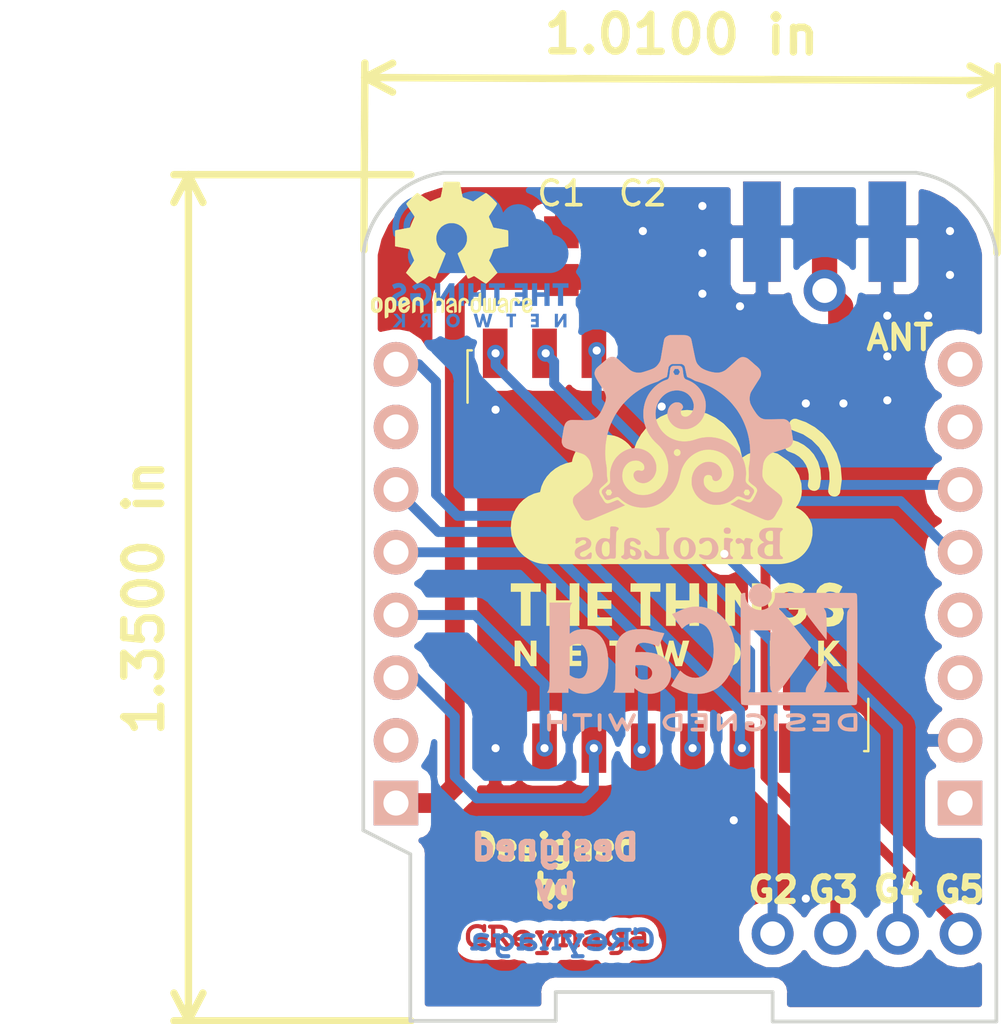
<source format=kicad_pcb>
(kicad_pcb (version 20171130) (host pcbnew 5.0.0-rc2-unknown-dd436b6~65~ubuntu16.04.1)
  (layers (0 F.Cu signal hide) (31 B.Cu signal hide) (34 B.Paste user) (35 F.Paste user) (36 B.SilkS user) (37 F.SilkS user) (38 B.Mask user) (39 F.Mask user) (44 Edge.Cuts user))
  (net 0 "")
  (net 1 /+5V)
  (net 2 /GND)
  (net 3 /D4)
  (net 4 /D3)
  (net 5 /D2)
  (net 6 /D1)
  (net 7 /RX)
  (net 8 /TX)
  (net 9 /+3.3V)
  (net 10 /D8)
  (net 11 /D7)
  (net 12 /D6)
  (net 13 /D5)
  (net 14 /D0)
  (net 15 /A0)
  (net 16 /RST)
  (net 17 "Net-(A2-Pad1)")
  (net 18 /G2)
  (net 19 /G3)
  (net 20 /G4)
  (net 21 /G5)
  (module varios:greynaga6-2-Mask (layer F.Cu) (at 134.874 110.998)
    (fp_text reference GBSilk*** hide)
    (fp_text value LOGO hide)
  )
  (module varios:greynaga6-2-Cooper (layer F.Cu) (at 134.874 110.998)
    (fp_text reference GS*** hide)
    (fp_text value v hide)
    (fp_poly (pts (xy 0.541666 -0.256025) (xy 0.582283 -0.249307) (xy 0.619201 -0.237889) (xy 0.652882 -0.221598) (xy 0.683789 -0.200261) (xy 0.706817 -0.179453) (xy 0.720449 -0.165066) (xy 0.730749 -0.152281) (xy 0.739392 -0.138792) (xy 0.747414 -0.123588) (xy 0.753019 -0.112036) (xy 0.757798 -0.101372) (xy 0.761815 -0.090989) (xy 0.765138 -0.080279) (xy 0.767833 -0.068635) (xy 0.769964 -0.05545) (xy 0.771598 -0.040117) (xy 0.772801 -0.022027) (xy 0.773639 -0.000573) (xy 0.774178 0.024851) (xy 0.774483 0.054854) (xy 0.774622 0.090042) (xy 0.774658 0.127383) (xy 0.7747 0.288104) (xy 0.794543 0.290329) (xy 0.819393 0.29518) (xy 0.839094 0.303683) (xy 0.853802 0.315999) (xy 0.863675 0.332291) (xy 0.868869 0.352721) (xy 0.86981 0.3683) (xy 0.868119 0.390033) (xy 0.862798 0.407302) (xy 0.853472 0.421093) (xy 0.847793 0.426492) (xy 0.841924 0.43137) (xy 0.836579 0.435363) (xy 0.831075 0.438559) (xy 0.824731 0.441048) (xy 0.816863 0.442917) (xy 0.80679 0.444255) (xy 0.793828 0.445151) (xy 0.777296 0.445694) (xy 0.756512 0.445971) (xy 0.730792 0.446073) (xy 0.699455 0.446087) (xy 0.579437 0.446087) (xy 0.560387 0.436562) (xy 0.543482 0.426145) (xy 0.531924 0.413911) (xy 0.524897 0.398609) (xy 0.521583 0.378987) (xy 0.521433 0.376867) (xy 0.521882 0.352619) (xy 0.526793 0.332716) (xy 0.536407 0.316866) (xy 0.550966 0.304777) (xy 0.57071 0.296159) (xy 0.592244 0.291265) (xy 0.61595 0.287493) (xy 0.61595 0.142826) (xy 0.615916 0.105545) (xy 0.61578 0.074025) (xy 0.615484 0.047677) (xy 0.614974 0.025912) (xy 0.614193 0.008142) (xy 0.613086 -0.006222) (xy 0.611598 -0.01777) (xy 0.609673 -0.027089) (xy 0.607255 -0.03477) (xy 0.604289 -0.0414) (xy 0.600719 -0.047569) (xy 0.597514 -0.052388) (xy 0.584918 -0.066241) (xy 0.567864 -0.078691) (xy 0.548243 -0.088456) (xy 0.540143 -0.091309) (xy 0.530158 -0.09379) (xy 0.51823 -0.095451) (xy 0.503025 -0.096408) (xy 0.483213 -0.096774) (xy 0.47625 -0.096786) (xy 0.457456 -0.096662) (xy 0.443466 -0.096213) (xy 0.432735 -0.095253) (xy 0.423716 -0.093594) (xy 0.414866 -0.09105) (xy 0.407428 -0.088455) (xy 0.382767 -0.077356) (xy 0.357405 -0.061589) (xy 0.330685 -0.040711) (xy 0.311666 -0.023614) (xy 0.282575 0.003771) (xy 0.282575 0.288925) (xy 0.294691 0.288925) (xy 0.309999 0.289977) (xy 0.326907 0.292773) (xy 0.342803 0.296765) (xy 0.355078 0.30141) (xy 0.355499 0.301623) (xy 0.372539 0.313473) (xy 0.384505 0.328963) (xy 0.391498 0.34828) (xy 0.39363 0.370579) (xy 0.391646 0.392296) (xy 0.385483 0.409681) (xy 0.374587 0.423616) (xy 0.358405 0.43498) (xy 0.350797 0.438788) (xy 0.346721 0.440602) (xy 0.342686 0.442091) (xy 0.338046 0.443291) (xy 0.332151 0.444238) (xy 0.324352 0.444966) (xy 0.314002 0.445513) (xy 0.300452 0.445913) (xy 0.283052 0.446202) (xy 0.261156 0.446416) (xy 0.234113 0.446591) (xy 0.206375 0.446737) (xy 0.171688 0.44686) (xy 0.142846 0.446839) (xy 0.119343 0.446661) (xy 0.100673 0.446315) (xy 0.086333 0.445788) (xy 0.075816 0.445067) (xy 0.068619 0.444141) (xy 0.065087 0.443302) (xy 0.043819 0.434532) (xy 0.028148 0.423343) (xy 0.017557 0.409028) (xy 0.011529 0.39088) (xy 0.009545 0.368192) (xy 0.009542 0.367404) (xy 0.01224 0.345291) (xy 0.020255 0.326437) (xy 0.033397 0.311168) (xy 0.047725 0.301623) (xy 0.059778 0.296962) (xy 0.07557 0.292929) (xy 0.092488 0.290069) (xy 0.107922 0.288927) (xy 0.108533 0.288925) (xy 0.12065 0.288925) (xy 0.12065 -0.078083) (xy 0.098264 -0.081922) (xy 0.084873 -0.084822) (xy 0.072128 -0.088584) (xy 0.063646 -0.092001) (xy 0.047336 -0.10368) (xy 0.035397 -0.119371) (xy 0.02814 -0.138204) (xy 0.025876 -0.159309) (xy 0.028914 -0.181817) (xy 0.030075 -0.186042) (xy 0.038398 -0.20338) (xy 0.052247 -0.217784) (xy 0.071437 -0.229232) (xy 0.07615 -0.231294) (xy 0.080848 -0.232938) (xy 0.086306 -0.234219) (xy 0.093299 -0.235195) (xy 0.1026 -0.235921) (xy 0.114984 -0.236456) (xy 0.131224 -0.236854) (xy 0.152097 -0.237174) (xy 0.178374 -0.237471) (xy 0.184943 -0.237539) (xy 0.282575 -0.238539) (xy 0.282575 -0.168113) (xy 0.302487 -0.185005) (xy 0.322594 -0.201315) (xy 0.340895 -0.214303) (xy 0.359694 -0.225486) (xy 0.378588 -0.235092) (xy 0.399931 -0.244297) (xy 0.420782 -0.250883) (xy 0.442821 -0.25518) (xy 0.46773 -0.257516) (xy 0.496887 -0.258218) (xy 0.541666 -0.256025)) (layer F.Cu) (width 0.01))
    (fp_poly (pts (xy -2.416406 -0.466363) (xy -2.390736 -0.466096) (xy -2.368815 -0.465653) (xy -2.350125 -0.46501) (xy -2.334145 -0.464142) (xy -2.320355 -0.463026) (xy -2.308236 -0.461638) (xy -2.297267 -0.459953) (xy -2.286928 -0.457947) (xy -2.2767 -0.455597) (xy -2.266063 -0.452878) (xy -2.262939 -0.452046) (xy -2.223392 -0.438724) (xy -2.186136 -0.420778) (xy -2.151861 -0.398756) (xy -2.121257 -0.373204) (xy -2.095013 -0.344671) (xy -2.07382 -0.313703) (xy -2.063789 -0.294124) (xy -2.05192 -0.260839) (xy -2.044633 -0.224872) (xy -2.042201 -0.18821) (xy -2.044547 -0.155179) (xy -2.052587 -0.119599) (xy -2.066138 -0.0863) (xy -2.085434 -0.054853) (xy -2.110708 -0.024825) (xy -2.120886 -0.01469) (xy -2.131565 -0.005111) (xy -2.144432 0.005474) (xy -2.158425 0.016303) (xy -2.172484 0.026612) (xy -2.18555 0.035637) (xy -2.196561 0.042616) (xy -2.204457 0.046784) (xy -2.207435 0.047625) (xy -2.206582 0.049686) (xy -2.201892 0.055319) (xy -2.194107 0.063696) (xy -2.18397 0.073988) (xy -2.182481 0.075459) (xy -2.138558 0.121791) (xy -2.09578 0.17287) (xy -2.055443 0.227092) (xy -2.033575 0.259506) (xy -2.014538 0.288825) (xy -1.995488 0.28893) (xy -1.974732 0.290296) (xy -1.954239 0.293867) (xy -1.935893 0.29919) (xy -1.921579 0.30581) (xy -1.919288 0.307304) (xy -1.905183 0.320228) (xy -1.896029 0.336123) (xy -1.891478 0.355741) (xy -1.890809 0.3683) (xy -1.892902 0.391429) (xy -1.899557 0.410249) (xy -1.911035 0.425117) (xy -1.927594 0.436392) (xy -1.944884 0.44313) (xy -1.951817 0.444675) (xy -1.961551 0.44586) (xy -1.974809 0.446717) (xy -1.99231 0.447283) (xy -2.014778 0.44759) (xy -2.040264 0.447675) (xy -2.120543 0.447675) (xy -2.13837 0.415911) (xy -2.156902 0.38447) (xy -2.177684 0.351981) (xy -2.200202 0.31907) (xy -2.22394 0.286366) (xy -2.248385 0.254494) (xy -2.273022 0.224081) (xy -2.297336 0.195753) (xy -2.320813 0.170139) (xy -2.342938 0.147863) (xy -2.363198 0.129553) (xy -2.381077 0.115835) (xy -2.388634 0.111081) (xy -2.405063 0.101659) (xy -2.480469 0.101629) (xy -2.555875 0.1016) (xy -2.555875 0.288925) (xy -2.520157 0.28898) (xy -2.488974 0.290151) (xy -2.463233 0.293688) (xy -2.442408 0.299781) (xy -2.425976 0.308623) (xy -2.413412 0.320403) (xy -2.406725 0.33034) (xy -2.402302 0.339676) (xy -2.399881 0.349213) (xy -2.398944 0.361457) (xy -2.398867 0.3683) (xy -2.400994 0.391286) (xy -2.407465 0.409852) (xy -2.418428 0.424344) (xy -2.425503 0.430075) (xy -2.431209 0.433917) (xy -2.436702 0.437155) (xy -2.442557 0.43984) (xy -2.44935 0.442024) (xy -2.457657 0.443757) (xy -2.468054 0.445091) (xy -2.481116 0.446077) (xy -2.497419 0.446767) (xy -2.517539 0.44721) (xy -2.542052 0.44746) (xy -2.571532 0.447566) (xy -2.606556 0.44758) (xy -2.622261 0.447571) (xy -2.657911 0.447531) (xy -2.687794 0.44745) (xy -2.712496 0.447308) (xy -2.7326 0.447085) (xy -2.74869 0.44676) (xy -2.761351 0.446314) (xy -2.771167 0.445725) (xy -2.778722 0.444975) (xy -2.784599 0.444043) (xy -2.789384 0.442909) (xy -2.793316 0.441672) (xy -2.812884 0.431968) (xy -2.827694 0.418198) (xy -2.83757 0.400693) (xy -2.842335 0.379783) (xy -2.841814 0.355799) (xy -2.841239 0.351772) (xy -2.835234 0.332381) (xy -2.823995 0.316427) (xy -2.807689 0.304011) (xy -2.786485 0.295233) (xy -2.760552 0.290195) (xy -2.736267 0.288925) (xy -2.7178 0.288925) (xy -2.7178 -0.05715) (xy -2.555875 -0.05715) (xy -2.505869 -0.057178) (xy -2.483935 -0.057417) (xy -2.459739 -0.058048) (xy -2.436017 -0.058981) (xy -2.415504 -0.060123) (xy -2.412907 -0.060304) (xy -2.379126 -0.063717) (xy -2.349865 -0.068941) (xy -2.323456 -0.076375) (xy -2.298227 -0.086415) (xy -2.292979 -0.088866) (xy -2.27115 -0.101276) (xy -2.251296 -0.116324) (xy -2.234723 -0.132839) (xy -2.222736 -0.149647) (xy -2.220499 -0.153988) (xy -2.215039 -0.171124) (xy -2.212889 -0.190639) (xy -2.214103 -0.21) (xy -2.218733 -0.226673) (xy -2.218978 -0.227221) (xy -2.231258 -0.246959) (xy -2.249071 -0.264952) (xy -2.271714 -0.280653) (xy -2.298487 -0.293517) (xy -2.309564 -0.297538) (xy -2.316509 -0.299813) (xy -2.322776 -0.301651) (xy -2.329131 -0.303107) (xy -2.336343 -0.304236) (xy -2.34518 -0.305094) (xy -2.356409 -0.305734) (xy -2.370797 -0.306213) (xy -2.389114 -0.306584) (xy -2.412126 -0.306904) (xy -2.440601 -0.307226) (xy -2.445544 -0.30728) (xy -2.555875 -0.308478) (xy -2.555875 -0.05715) (xy -2.7178 -0.05715) (xy -2.7178 -0.307052) (xy -2.748757 -0.308854) (xy -2.776947 -0.312098) (xy -2.799708 -0.318375) (xy -2.817308 -0.327913) (xy -2.830015 -0.340942) (xy -2.838098 -0.357691) (xy -2.841825 -0.378388) (xy -2.842155 -0.388572) (xy -2.840508 -0.410673) (xy -2.835405 -0.428063) (xy -2.826315 -0.441664) (xy -2.812708 -0.452403) (xy -2.802419 -0.457738) (xy -2.786063 -0.465138) (xy -2.566988 -0.466155) (xy -2.521118 -0.46635) (xy -2.481077 -0.466466) (xy -2.446347 -0.466478) (xy -2.416406 -0.466363)) (layer F.Cu) (width 0.01))
    (fp_poly (pts (xy -2.975093 -0.487295) (xy -2.958806 -0.481562) (xy -2.949319 -0.475332) (xy -2.941943 -0.467039) (xy -2.935288 -0.455604) (xy -2.925763 -0.437033) (xy -2.924772 -0.33272) (xy -2.924535 -0.302881) (xy -2.924464 -0.278668) (xy -2.924582 -0.259358) (xy -2.924912 -0.24423) (xy -2.925478 -0.23256) (xy -2.926303 -0.223626) (xy -2.92741 -0.216705) (xy -2.928657 -0.211636) (xy -2.936615 -0.191227) (xy -2.947388 -0.176183) (xy -2.961588 -0.166054) (xy -2.97983 -0.160395) (xy -3.00115 -0.15875) (xy -3.015042 -0.159329) (xy -3.027563 -0.160863) (xy -3.036265 -0.163049) (xy -3.036434 -0.163119) (xy -3.047557 -0.169857) (xy -3.057357 -0.180526) (xy -3.066178 -0.195727) (xy -3.074367 -0.216059) (xy -3.082271 -0.242122) (xy -3.082516 -0.243032) (xy -3.090338 -0.260301) (xy -3.10375 -0.276127) (xy -3.122115 -0.29031) (xy -3.144795 -0.302648) (xy -3.171152 -0.312939) (xy -3.20055 -0.320983) (xy -3.232351 -0.326578) (xy -3.265917 -0.329523) (xy -3.30061 -0.329616) (xy -3.335795 -0.326657) (xy -3.343834 -0.325532) (xy -3.385635 -0.316345) (xy -3.424127 -0.30205) (xy -3.458992 -0.282944) (xy -3.489912 -0.259323) (xy -3.516568 -0.231483) (xy -3.538642 -0.199723) (xy -3.555816 -0.164337) (xy -3.567772 -0.125624) (xy -3.570044 -0.114744) (xy -3.571827 -0.10144) (xy -3.573253 -0.083102) (xy -3.57432 -0.060872) (xy -3.575029 -0.035891) (xy -3.57538 -0.0093) (xy -3.575372 0.017759) (xy -3.575007 0.044145) (xy -3.574284 0.068716) (xy -3.573203 0.090331) (xy -3.571763 0.107849) (xy -3.570036 0.119792) (xy -3.559542 0.157609) (xy -3.544526 0.191143) (xy -3.524917 0.220455) (xy -3.500642 0.245602) (xy -3.47163 0.266643) (xy -3.437807 0.283638) (xy -3.399103 0.296646) (xy -3.355445 0.305725) (xy -3.340184 0.307839) (xy -3.296209 0.311049) (xy -3.250528 0.310329) (xy -3.20481 0.305863) (xy -3.160728 0.297839) (xy -3.119951 0.286441) (xy -3.107532 0.281981) (xy -3.082925 0.272588) (xy -3.082925 0.168902) (xy -3.177382 0.167493) (xy -3.207581 0.166968) (xy -3.23221 0.166312) (xy -3.252047 0.165416) (xy -3.267871 0.164173) (xy -3.280462 0.162474) (xy -3.290598 0.16021) (xy -3.299059 0.157273) (xy -3.306624 0.153554) (xy -3.314072 0.148946) (xy -3.314981 0.148337) (xy -3.327733 0.136063) (xy -3.336758 0.1195) (xy -3.341742 0.099714) (xy -3.342371 0.077769) (xy -3.340243 0.062601) (xy -3.334333 0.045383) (xy -3.324127 0.031763) (xy -3.308908 0.020956) (xy -3.297238 0.015561) (xy -3.278188 0.007937) (xy -3.103563 0.007937) (xy -3.065399 0.007952) (xy -3.033039 0.008006) (xy -3.005937 0.008116) (xy -2.983548 0.008298) (xy -2.965326 0.008567) (xy -2.950726 0.00894) (xy -2.939201 0.009432) (xy -2.930206 0.01006) (xy -2.923195 0.01084) (xy -2.917622 0.011787) (xy -2.912943 0.012917) (xy -2.910696 0.013578) (xy -2.890083 0.022765) (xy -2.874327 0.035933) (xy -2.863638 0.052803) (xy -2.858229 0.073095) (xy -2.85757 0.083769) (xy -2.859763 0.107377) (xy -2.866709 0.126916) (xy -2.878668 0.142806) (xy -2.895902 0.155468) (xy -2.904925 0.159991) (xy -2.924175 0.168631) (xy -2.924175 0.375067) (xy -2.969419 0.396749) (xy -3.009386 0.415152) (xy -3.045798 0.430222) (xy -3.080147 0.442481) (xy -3.113923 0.452453) (xy -3.148617 0.460659) (xy -3.15595 0.462166) (xy -3.16877 0.464021) (xy -3.186689 0.465616) (xy -3.20846 0.466925) (xy -3.232837 0.467923) (xy -3.258574 0.468583) (xy -3.284424 0.468881) (xy -3.30914 0.468791) (xy -3.331476 0.468287) (xy -3.350186 0.467343) (xy -3.360738 0.466374) (xy -3.400872 0.459972) (xy -3.441506 0.450536) (xy -3.480867 0.438591) (xy -3.517182 0.424665) (xy -3.5433 0.412211) (xy -3.581697 0.388292) (xy -3.616534 0.359389) (xy -3.647516 0.325966) (xy -3.674347 0.288485) (xy -3.696729 0.24741) (xy -3.714366 0.203205) (xy -3.726961 0.156333) (xy -3.733458 0.114969) (xy -3.734743 0.098693) (xy -3.735726 0.07743) (xy -3.736407 0.052535) (xy -3.736784 0.025364) (xy -3.736855 -0.002728) (xy -3.736619 -0.030384) (xy -3.736076 -0.05625) (xy -3.735224 -0.07897) (xy -3.734061 -0.097188) (xy -3.733661 -0.101478) (xy -3.726428 -0.147428) (xy -3.714482 -0.192508) (xy -3.698377 -0.234713) (xy -3.694442 -0.243181) (xy -3.679115 -0.2729) (xy -3.663221 -0.298868) (xy -3.645405 -0.322983) (xy -3.624309 -0.347143) (xy -3.608401 -0.363565) (xy -3.572999 -0.395891) (xy -3.536593 -0.422723) (xy -3.498131 -0.444629) (xy -3.456562 -0.462179) (xy -3.410835 -0.475941) (xy -3.393086 -0.480092) (xy -3.381359 -0.482485) (xy -3.3703 -0.484278) (xy -3.35869 -0.485554) (xy -3.34531 -0.486397) (xy -3.32894 -0.486888) (xy -3.308361 -0.487112) (xy -3.2893 -0.487154) (xy -3.262238 -0.487018) (xy -3.240367 -0.486563) (xy -3.222533 -0.485724) (xy -3.207583 -0.484438) (xy -3.194363 -0.482641) (xy -3.187912 -0.481506) (xy -3.161803 -0.475687) (xy -3.133885 -0.467947) (xy -3.106775 -0.459083) (xy -3.08309 -0.44989) (xy -3.080845 -0.44891) (xy -3.069119 -0.444359) (xy -3.062617 -0.443384) (xy -3.061261 -0.444407) (xy -3.056855 -0.452384) (xy -3.049086 -0.462197) (xy -3.039707 -0.471925) (xy -3.030471 -0.479645) (xy -3.027215 -0.481736) (xy -3.011716 -0.487398) (xy -2.993541 -0.489249) (xy -2.975093 -0.487295)) (layer F.Cu) (width 0.01))
    (fp_poly (pts (xy 3.294858 -0.257621) (xy 3.341954 -0.252197) (xy 3.38518 -0.242867) (xy 3.402012 -0.237772) (xy 3.436003 -0.223973) (xy 3.467184 -0.206312) (xy 3.494769 -0.185419) (xy 3.517974 -0.161921) (xy 3.536013 -0.136446) (xy 3.541395 -0.126285) (xy 3.545654 -0.117278) (xy 3.54929 -0.108953) (xy 3.552352 -0.100739) (xy 3.55489 -0.092067) (xy 3.556952 -0.082365) (xy 3.558589 -0.071063) (xy 3.55985 -0.057591) (xy 3.560784 -0.041378) (xy 3.561441 -0.021853) (xy 3.56187 0.001554) (xy 3.562122 0.029413) (xy 3.562245 0.062295) (xy 3.562289 0.100771) (xy 3.562294 0.114615) (xy 3.56235 0.287968) (xy 3.594893 0.28985) (xy 3.621936 0.292687) (xy 3.643675 0.297948) (xy 3.660798 0.305953) (xy 3.673993 0.317022) (xy 3.683789 0.331177) (xy 3.687692 0.340056) (xy 3.689888 0.349785) (xy 3.690779 0.362577) (xy 3.690861 0.370205) (xy 3.690601 0.383815) (xy 3.68948 0.393359) (xy 3.68697 0.401109) (xy 3.68254 0.409343) (xy 3.681263 0.411432) (xy 3.672979 0.422518) (xy 3.662714 0.430963) (xy 3.652965 0.436513) (xy 3.634254 0.446087) (xy 3.517339 0.447027) (xy 3.400425 0.447967) (xy 3.400425 0.416005) (xy 3.382168 0.424348) (xy 3.355535 0.43536) (xy 3.325186 0.445986) (xy 3.293738 0.455377) (xy 3.2639 0.462666) (xy 3.243479 0.466117) (xy 3.219027 0.468859) (xy 3.192034 0.470848) (xy 3.163992 0.472042) (xy 3.136394 0.472396) (xy 3.110731 0.471866) (xy 3.088496 0.470409) (xy 3.072574 0.468256) (xy 3.032734 0.458251) (xy 2.995754 0.444045) (xy 2.962133 0.426029) (xy 2.932371 0.404591) (xy 2.906968 0.380122) (xy 2.886423 0.353011) (xy 2.871235 0.323647) (xy 2.865345 0.306672) (xy 2.861971 0.288572) (xy 2.860719 0.266682) (xy 2.861109 0.254683) (xy 3.029019 0.254683) (xy 3.031999 0.267425) (xy 3.04061 0.279693) (xy 3.054137 0.290927) (xy 3.071861 0.300573) (xy 3.093065 0.308072) (xy 3.100075 0.309838) (xy 3.116978 0.312315) (xy 3.138383 0.313322) (xy 3.162636 0.312936) (xy 3.188079 0.311231) (xy 3.213056 0.308282) (xy 3.23591 0.304163) (xy 3.2385 0.303578) (xy 3.272125 0.294668) (xy 3.304021 0.283706) (xy 3.336441 0.269843) (xy 3.363912 0.256278) (xy 3.402012 0.236535) (xy 3.402901 0.197985) (xy 3.403789 0.159434) (xy 3.383769 0.155948) (xy 3.345818 0.15026) (xy 3.307644 0.146262) (xy 3.270307 0.143974) (xy 3.234865 0.143412) (xy 3.202375 0.144595) (xy 3.173896 0.147539) (xy 3.151187 0.152073) (xy 3.121762 0.161732) (xy 3.095407 0.173897) (xy 3.072674 0.188104) (xy 3.054117 0.203888) (xy 3.040288 0.220785) (xy 3.031742 0.238329) (xy 3.029019 0.254683) (xy 2.861109 0.254683) (xy 2.861484 0.24316) (xy 2.864159 0.220161) (xy 2.868639 0.199843) (xy 2.870928 0.192908) (xy 2.881721 0.168052) (xy 2.894927 0.145837) (xy 2.911823 0.124316) (xy 2.925762 0.109402) (xy 2.9586 0.079726) (xy 2.994063 0.05486) (xy 3.032769 0.034495) (xy 3.075341 0.018322) (xy 3.122396 0.006032) (xy 3.14001 0.002596) (xy 3.165339 -0.00081) (xy 3.195398 -0.002976) (xy 3.228698 -0.003935) (xy 3.263746 -0.00372) (xy 3.299053 -0.002366) (xy 3.333129 0.000095) (xy 3.364481 0.003629) (xy 3.391621 0.008203) (xy 3.391693 0.008218) (xy 3.400425 0.010029) (xy 3.400425 -0.015781) (xy 3.399749 -0.033039) (xy 3.397256 -0.045871) (xy 3.392244 -0.056103) (xy 3.384011 -0.065562) (xy 3.379831 -0.069386) (xy 3.36453 -0.080022) (xy 3.345487 -0.088111) (xy 3.322145 -0.093782) (xy 3.293949 -0.097168) (xy 3.260344 -0.098397) (xy 3.256476 -0.098407) (xy 3.236862 -0.098117) (xy 3.218066 -0.097164) (xy 3.1989 -0.095392) (xy 3.178171 -0.092648) (xy 3.15469 -0.088776) (xy 3.127266 -0.083623) (xy 3.099768 -0.078079) (xy 3.069938 -0.072148) (xy 3.045451 -0.067873) (xy 3.025514 -0.065281) (xy 3.009331 -0.064399) (xy 2.996109 -0.065257) (xy 2.985052 -0.06788) (xy 2.975368 -0.072297) (xy 2.966261 -0.078536) (xy 2.961021 -0.08292) (xy 2.94773 -0.098515) (xy 2.938933 -0.117116) (xy 2.934788 -0.137338) (xy 2.935455 -0.157799) (xy 2.941092 -0.177114) (xy 2.948734 -0.19009) (xy 2.955435 -0.197112) (xy 2.964864 -0.203612) (xy 2.977817 -0.20996) (xy 2.995093 -0.216521) (xy 3.017487 -0.223665) (xy 3.02869 -0.22695) (xy 3.083408 -0.240714) (xy 3.138166 -0.250686) (xy 3.192182 -0.256843) (xy 3.244673 -0.259162) (xy 3.294858 -0.257621)) (layer F.Cu) (width 0.01))
    (fp_poly (pts (xy 1.428856 -0.256821) (xy 1.476526 -0.249673) (xy 1.520116 -0.238011) (xy 1.559457 -0.221869) (xy 1.589647 -0.204507) (xy 1.617347 -0.183124) (xy 1.639714 -0.159154) (xy 1.657527 -0.131732) (xy 1.660782 -0.125413) (xy 1.665257 -0.116146) (xy 1.669079 -0.107452) (xy 1.672301 -0.09876) (xy 1.674973 -0.089501) (xy 1.677148 -0.079104) (xy 1.678875 -0.066997) (xy 1.680206 -0.05261) (xy 1.681193 -0.035373) (xy 1.681886 -0.014716) (xy 1.682337 0.009933) (xy 1.682597 0.039145) (xy 1.682717 0.073488) (xy 1.682749 0.113535) (xy 1.68275 0.119341) (xy 1.68275 0.288925) (xy 1.702804 0.288925) (xy 1.733296 0.290827) (xy 1.75879 0.29652) (xy 1.779249 0.305983) (xy 1.794638 0.319196) (xy 1.804924 0.336136) (xy 1.80951 0.352706) (xy 1.810795 0.376668) (xy 1.806711 0.397901) (xy 1.797525 0.415939) (xy 1.783502 0.430314) (xy 1.764908 0.440559) (xy 1.758223 0.442834) (xy 1.752573 0.444186) (xy 1.745234 0.445274) (xy 1.73553 0.446122) (xy 1.722785 0.446756) (xy 1.706324 0.447203) (xy 1.685472 0.447488) (xy 1.659553 0.447636) (xy 1.631373 0.447675) (xy 1.520825 0.447675) (xy 1.520825 0.4318) (xy 1.52052 0.422741) (xy 1.519741 0.416993) (xy 1.519131 0.415925) (xy 1.515573 0.417244) (xy 1.50827 0.420628) (xy 1.502463 0.423502) (xy 1.478277 0.434233) (xy 1.4495 0.444525) (xy 1.417888 0.453867) (xy 1.3852 0.461746) (xy 1.353192 0.467651) (xy 1.34849 0.468345) (xy 1.33283 0.470022) (xy 1.313249 0.471293) (xy 1.291257 0.472141) (xy 1.268364 0.472552) (xy 1.24608 0.472509) (xy 1.225914 0.471998) (xy 1.209379 0.471002) (xy 1.199894 0.469866) (xy 1.157188 0.459891) (xy 1.117465 0.445055) (xy 1.081304 0.42565) (xy 1.049282 0.40197) (xy 1.031207 0.384683) (xy 1.011064 0.360917) (xy 0.996427 0.337626) (xy 0.986733 0.313412) (xy 0.981421 0.286878) (xy 0.979924 0.257175) (xy 0.980016 0.252945) (xy 1.14935 0.252945) (xy 1.152401 0.268023) (xy 1.161357 0.281504) (xy 1.175915 0.293142) (xy 1.195775 0.302695) (xy 1.2192 0.309599) (xy 1.234037 0.311765) (xy 1.253394 0.31286) (xy 1.27554 0.312925) (xy 1.298742 0.312004) (xy 1.32127 0.310139) (xy 1.341391 0.307373) (xy 1.3462 0.306475) (xy 1.39137 0.294747) (xy 1.438463 0.277309) (xy 1.477962 0.258978) (xy 1.522412 0.236537) (xy 1.523303 0.197643) (xy 1.523455 0.182774) (xy 1.523219 0.170526) (xy 1.522646 0.162114) (xy 1.521784 0.158752) (xy 1.521716 0.158737) (xy 1.517664 0.158262) (xy 1.508898 0.157) (xy 1.496973 0.15518) (xy 1.490662 0.154187) (xy 1.44561 0.148105) (xy 1.402614 0.144411) (xy 1.362432 0.143107) (xy 1.325823 0.144194) (xy 1.293547 0.147673) (xy 1.266361 0.153545) (xy 1.265355 0.15384) (xy 1.235143 0.164537) (xy 1.208748 0.177388) (xy 1.186624 0.192004) (xy 1.169224 0.207999) (xy 1.157002 0.224985) (xy 1.150412 0.242573) (xy 1.14935 0.252945) (xy 0.980016 0.252945) (xy 0.980298 0.240122) (xy 0.98148 0.226853) (xy 0.983876 0.214814) (xy 0.987894 0.201452) (xy 0.98959 0.196476) (xy 1.003199 0.165337) (xy 1.021896 0.136246) (xy 1.046221 0.108408) (xy 1.055562 0.099372) (xy 1.09097 0.070295) (xy 1.129688 0.04606) (xy 1.172072 0.026507) (xy 1.218477 0.011476) (xy 1.269258 0.000806) (xy 1.276731 -0.000348) (xy 1.298598 -0.002623) (xy 1.32528 -0.003866) (xy 1.355334 -0.004131) (xy 1.387319 -0.00347) (xy 1.419792 -0.001939) (xy 1.451312 0.000411) (xy 1.480437 0.003524) (xy 1.505724 0.007348) (xy 1.511041 0.008362) (xy 1.521491 0.010452) (xy 1.520364 -0.018297) (xy 1.519646 -0.032363) (xy 1.518497 -0.041899) (xy 1.516434 -0.048724) (xy 1.51297 -0.054657) (xy 1.509463 -0.059242) (xy 1.495116 -0.072907) (xy 1.476243 -0.083559) (xy 1.452554 -0.091285) (xy 1.423758 -0.096173) (xy 1.389564 -0.098308) (xy 1.378313 -0.098426) (xy 1.359754 -0.09825) (xy 1.342881 -0.097623) (xy 1.326499 -0.096392) (xy 1.309415 -0.094403) (xy 1.290437 -0.091503) (xy 1.26837 -0.087541) (xy 1.242022 -0.082364) (xy 1.223962 -0.078672) (xy 1.18993 -0.072129) (xy 1.161473 -0.067733) (xy 1.138197 -0.065458) (xy 1.11971 -0.06528) (xy 1.10562 -0.067174) (xy 1.096505 -0.070556) (xy 1.078567 -0.083787) (xy 1.065414 -0.101054) (xy 1.057321 -0.12192) (xy 1.054997 -0.136128) (xy 1.055197 -0.157779) (xy 1.060241 -0.175872) (xy 1.070408 -0.191261) (xy 1.074296 -0.195283) (xy 1.080508 -0.200754) (xy 1.087219 -0.205266) (xy 1.095721 -0.209416) (xy 1.107304 -0.213803) (xy 1.123262 -0.219025) (xy 1.130341 -0.22123) (xy 1.167335 -0.232086) (xy 1.200908 -0.240569) (xy 1.233239 -0.247091) (xy 1.266504 -0.252063) (xy 1.302881 -0.255897) (xy 1.321948 -0.257444) (xy 1.377274 -0.259422) (xy 1.428856 -0.256821)) (layer F.Cu) (width 0.01))
    (fp_poly (pts (xy -1.408884 -0.257616) (xy -1.361811 -0.251717) (xy -1.316582 -0.241517) (xy -1.274176 -0.227096) (xy -1.235576 -0.208538) (xy -1.231663 -0.206282) (xy -1.193234 -0.180751) (xy -1.158048 -0.151405) (xy -1.126801 -0.119003) (xy -1.100187 -0.084301) (xy -1.078901 -0.048055) (xy -1.071275 -0.031514) (xy -1.059737 -0.0002) (xy -1.051198 0.032397) (xy -1.045448 0.067499) (xy -1.042278 0.106327) (xy -1.041456 0.142081) (xy -1.0414 0.180975) (xy -1.360828 0.180975) (xy -1.412944 0.180979) (xy -1.459072 0.180996) (xy -1.499572 0.181032) (xy -1.534805 0.181093) (xy -1.565133 0.181186) (xy -1.590917 0.181317) (xy -1.612518 0.181492) (xy -1.630298 0.181718) (xy -1.644616 0.182001) (xy -1.655836 0.182347) (xy -1.664317 0.182763) (xy -1.670421 0.183255) (xy -1.674509 0.183829) (xy -1.676942 0.184491) (xy -1.678082 0.185249) (xy -1.678289 0.186107) (xy -1.678174 0.186531) (xy -1.671496 0.200203) (xy -1.661311 0.216052) (xy -1.648966 0.232159) (xy -1.636229 0.246189) (xy -1.610802 0.267167) (xy -1.580554 0.284372) (xy -1.545825 0.297727) (xy -1.506959 0.307153) (xy -1.464296 0.312574) (xy -1.418179 0.313913) (xy -1.36895 0.311091) (xy -1.355706 0.309669) (xy -1.334965 0.30702) (xy -1.314825 0.303943) (xy -1.294033 0.300189) (xy -1.271337 0.295512) (xy -1.245483 0.289662) (xy -1.215219 0.28239) (xy -1.203325 0.279456) (xy -1.1737 0.272452) (xy -1.149278 0.26756) (xy -1.129268 0.264795) (xy -1.112882 0.264171) (xy -1.099328 0.265705) (xy -1.087817 0.269409) (xy -1.077558 0.2753) (xy -1.069331 0.281947) (xy -1.055379 0.297442) (xy -1.046986 0.314322) (xy -1.043442 0.334167) (xy -1.043226 0.340242) (xy -1.043464 0.352597) (xy -1.044994 0.361271) (xy -1.048528 0.368904) (xy -1.052647 0.375143) (xy -1.063306 0.387692) (xy -1.077153 0.399173) (xy -1.094791 0.409897) (xy -1.116823 0.420176) (xy -1.143853 0.43032) (xy -1.176484 0.44064) (xy -1.183825 0.442778) (xy -1.223396 0.452649) (xy -1.267301 0.460885) (xy -1.313665 0.467163) (xy -1.340817 0.469769) (xy -1.356393 0.47074) (xy -1.375934 0.471511) (xy -1.398094 0.472072) (xy -1.421527 0.472415) (xy -1.444888 0.472531) (xy -1.466831 0.47241) (xy -1.486011 0.472045) (xy -1.50108 0.471425) (xy -1.508125 0.470873) (xy -1.516117 0.469732) (xy -1.528291 0.46766) (xy -1.542611 0.465013) (xy -1.550106 0.463552) (xy -1.599358 0.451004) (xy -1.644675 0.433627) (xy -1.686502 0.411187) (xy -1.725285 0.38345) (xy -1.756018 0.355708) (xy -1.786311 0.321967) (xy -1.810718 0.286688) (xy -1.829543 0.249217) (xy -1.843087 0.208903) (xy -1.851654 0.165092) (xy -1.853931 0.144462) (xy -1.855328 0.095106) (xy -1.850816 0.047855) (xy -1.848571 0.0381) (xy -1.676119 0.0381) (xy -1.221687 0.0381) (xy -1.223806 0.029368) (xy -1.228653 0.01689) (xy -1.237265 0.001973) (xy -1.24855 -0.013736) (xy -1.261411 -0.028588) (xy -1.264208 -0.031443) (xy -1.282702 -0.047225) (xy -1.305178 -0.062278) (xy -1.329307 -0.075174) (xy -1.348035 -0.082905) (xy -1.383927 -0.092574) (xy -1.422591 -0.097717) (xy -1.462392 -0.098351) (xy -1.501697 -0.094495) (xy -1.538871 -0.086165) (xy -1.555138 -0.080711) (xy -1.584353 -0.067265) (xy -1.611047 -0.050178) (xy -1.634358 -0.030234) (xy -1.653424 -0.00822) (xy -1.667383 0.015079) (xy -1.671691 0.02555) (xy -1.676119 0.0381) (xy -1.848571 0.0381) (xy -1.840468 0.002893) (xy -1.824358 -0.039595) (xy -1.802559 -0.079424) (xy -1.775146 -0.116407) (xy -1.742191 -0.150361) (xy -1.733694 -0.157843) (xy -1.700335 -0.184115) (xy -1.6671 -0.205417) (xy -1.632131 -0.222813) (xy -1.595982 -0.236565) (xy -1.551349 -0.248687) (xy -1.504633 -0.256182) (xy -1.456818 -0.259131) (xy -1.408884 -0.257616)) (layer F.Cu) (width 0.01))
    (fp_poly (pts (xy 2.298534 -0.25834) (xy 2.315568 -0.258055) (xy 2.328899 -0.257446) (xy 2.33985 -0.256395) (xy 2.349745 -0.254781) (xy 2.359907 -0.252486) (xy 2.369203 -0.250056) (xy 2.403796 -0.238621) (xy 2.437402 -0.223561) (xy 2.467646 -0.205971) (xy 2.473325 -0.202075) (xy 2.493962 -0.187471) (xy 2.495806 -0.238125) (xy 2.601884 -0.238125) (xy 2.631271 -0.238021) (xy 2.657886 -0.237718) (xy 2.681039 -0.237238) (xy 2.700037 -0.236599) (xy 2.714189 -0.23582) (xy 2.722803 -0.234921) (xy 2.723681 -0.234754) (xy 2.745043 -0.227352) (xy 2.762234 -0.215493) (xy 2.774811 -0.199705) (xy 2.782334 -0.180517) (xy 2.784426 -0.161925) (xy 2.782846 -0.14114) (xy 2.777738 -0.124407) (xy 2.768598 -0.110196) (xy 2.766774 -0.108105) (xy 2.753977 -0.096772) (xy 2.738485 -0.088636) (xy 2.71925 -0.083317) (xy 2.695225 -0.08043) (xy 2.690143 -0.080131) (xy 2.657475 -0.078464) (xy 2.657472 0.198099) (xy 2.65745 0.251492) (xy 2.657375 0.298947) (xy 2.657234 0.340873) (xy 2.65701 0.377681) (xy 2.65669 0.409784) (xy 2.656259 0.437591) (xy 2.655702 0.461513) (xy 2.655004 0.481962) (xy 2.654151 0.499348) (xy 2.653128 0.514082) (xy 2.651921 0.526575) (xy 2.650514 0.537238) (xy 2.648893 0.546482) (xy 2.647044 0.554717) (xy 2.644952 0.562355) (xy 2.644403 0.564174) (xy 2.629544 0.602047) (xy 2.609301 0.636917) (xy 2.584068 0.668414) (xy 2.55424 0.69617) (xy 2.520211 0.719814) (xy 2.482375 0.738978) (xy 2.443162 0.752725) (xy 2.436709 0.754473) (xy 2.430475 0.755916) (xy 2.423785 0.757089) (xy 2.415963 0.758026) (xy 2.406333 0.758759) (xy 2.394222 0.759324) (xy 2.378953 0.759753) (xy 2.359852 0.76008) (xy 2.336242 0.760339) (xy 2.307451 0.760564) (xy 2.282825 0.760725) (xy 2.253366 0.760841) (xy 2.225627 0.760817) (xy 2.200323 0.760662) (xy 2.178173 0.760387) (xy 2.159892 0.760002) (xy 2.146198 0.759517) (xy 2.137808 0.758942) (xy 2.135931 0.758652) (xy 2.1138 0.750639) (xy 2.096359 0.738692) (xy 2.083873 0.723059) (xy 2.076606 0.703986) (xy 2.076411 0.703074) (xy 2.074017 0.680178) (xy 2.07635 0.65889) (xy 2.083143 0.640308) (xy 2.094134 0.625533) (xy 2.095312 0.624434) (xy 2.101581 0.619288) (xy 2.108372 0.615037) (xy 2.116334 0.611596) (xy 2.126111 0.608884) (xy 2.138351 0.606816) (xy 2.153698 0.60531) (xy 2.1728 0.604281) (xy 2.196303 0.603646) (xy 2.224852 0.603322) (xy 2.259094 0.603226) (xy 2.259639 0.603226) (xy 2.293581 0.60314) (xy 2.321897 0.602854) (xy 2.345308 0.602301) (xy 2.364535 0.601413) (xy 2.3803 0.600124) (xy 2.393324 0.598367) (xy 2.404331 0.596074) (xy 2.41404 0.593178) (xy 2.423174 0.589611) (xy 2.427679 0.587589) (xy 2.450436 0.574346) (xy 2.468276 0.557734) (xy 2.482129 0.53686) (xy 2.483613 0.533936) (xy 2.493962 0.51293) (xy 2.496062 0.39629) (xy 2.476351 0.409675) (xy 2.45242 0.424131) (xy 2.424696 0.437949) (xy 2.395717 0.449972) (xy 2.368438 0.458924) (xy 2.336962 0.46546) (xy 2.301649 0.469053) (xy 2.264274 0.469732) (xy 2.226612 0.467527) (xy 2.190438 0.462466) (xy 2.160587 0.455485) (xy 2.11806 0.440021) (xy 2.077996 0.419181) (xy 2.040916 0.393493) (xy 2.00734 0.363488) (xy 1.977786 0.329695) (xy 1.952775 0.292643) (xy 1.932827 0.252861) (xy 1.91846 0.21088) (xy 1.917725 0.20806) (xy 1.90826 0.159106) (xy 1.904761 0.110127) (xy 1.905027 0.104775) (xy 2.065954 0.104775) (xy 2.068858 0.140612) (xy 2.077508 0.173789) (xy 2.091978 0.204503) (xy 2.112346 0.232953) (xy 2.116739 0.237954) (xy 2.14423 0.263816) (xy 2.174718 0.284214) (xy 2.207705 0.298986) (xy 2.242695 0.307971) (xy 2.279192 0.311008) (xy 2.3167 0.307936) (xy 2.326615 0.306105) (xy 2.36061 0.296076) (xy 2.392188 0.280813) (xy 2.420722 0.260909) (xy 2.445585 0.236957) (xy 2.46615 0.209549) (xy 2.48179 0.179279) (xy 2.491015 0.150607) (xy 2.494695 0.125339) (xy 2.494994 0.097443) (xy 2.492054 0.069575) (xy 2.486018 0.044388) (xy 2.485168 0.041888) (xy 2.470719 0.010068) (xy 2.451201 -0.018668) (xy 2.42733 -0.043864) (xy 2.399818 -0.065063) (xy 2.369378 -0.081808) (xy 2.336726 -0.093642) (xy 2.302573 -0.100108) (xy 2.267634 -0.10075) (xy 2.262968 -0.100372) (xy 2.242854 -0.097969) (xy 2.225709 -0.094464) (xy 2.2091 -0.089167) (xy 2.190595 -0.081384) (xy 2.181909 -0.077321) (xy 2.166722 -0.069591) (xy 2.154358 -0.061898) (xy 2.14269 -0.052708) (xy 2.129592 -0.040489) (xy 2.126248 -0.037183) (xy 2.10297 -0.010829) (xy 2.085675 0.016252) (xy 2.073996 0.044923) (xy 2.067566 0.076046) (xy 2.065954 0.104775) (xy 1.905027 0.104775) (xy 1.907175 0.061724) (xy 1.915448 0.014499) (xy 1.929527 -0.030949) (xy 1.941517 -0.058738) (xy 1.954606 -0.083855) (xy 1.968412 -0.105838) (xy 1.984209 -0.12639) (xy 2.003274 -0.147216) (xy 2.019984 -0.163567) (xy 2.055129 -0.193004) (xy 2.092676 -0.216936) (xy 2.133342 -0.235743) (xy 2.177844 -0.249808) (xy 2.185798 -0.251744) (xy 2.197382 -0.254219) (xy 2.208675 -0.256017) (xy 2.221017 -0.257238) (xy 2.235749 -0.257979) (xy 2.254212 -0.25834) (xy 2.276475 -0.258421) (xy 2.298534 -0.25834)) (layer F.Cu) (width 0.01))
    (fp_poly (pts (xy -0.69325 -0.237887) (xy -0.678291 -0.237691) (xy -0.66664 -0.237282) (xy -0.657538 -0.236627) (xy -0.650225 -0.235693) (xy -0.64394 -0.234449) (xy -0.637923 -0.232859) (xy -0.634635 -0.231882) (xy -0.615263 -0.22408) (xy -0.600966 -0.213639) (xy -0.59135 -0.199927) (xy -0.586023 -0.18231) (xy -0.584591 -0.160153) (xy -0.584904 -0.151778) (xy -0.586199 -0.13733) (xy -0.588509 -0.12693) (xy -0.592441 -0.118285) (xy -0.594707 -0.114647) (xy -0.607869 -0.100444) (xy -0.626089 -0.089721) (xy -0.648974 -0.082707) (xy -0.650875 -0.082335) (xy -0.661479 -0.080264) (xy -0.669231 -0.078614) (xy -0.672399 -0.07776) (xy -0.671249 -0.074838) (xy -0.667473 -0.066881) (xy -0.661377 -0.054486) (xy -0.653269 -0.038249) (xy -0.643454 -0.018768) (xy -0.63224 0.00336) (xy -0.619933 0.027539) (xy -0.60684 0.053171) (xy -0.593268 0.079659) (xy -0.579523 0.106407) (xy -0.565912 0.132818) (xy -0.552742 0.158294) (xy -0.540319 0.182239) (xy -0.528951 0.204056) (xy -0.518943 0.223148) (xy -0.510604 0.238918) (xy -0.504238 0.250768) (xy -0.500153 0.258103) (xy -0.498679 0.26035) (xy -0.496798 0.25763) (xy -0.492187 0.249795) (xy -0.485113 0.237325) (xy -0.475841 0.220703) (xy -0.464639 0.200411) (xy -0.451772 0.176931) (xy -0.437506 0.150747) (xy -0.422108 0.122339) (xy -0.405844 0.092191) (xy -0.405354 0.091281) (xy -0.314371 -0.077788) (xy -0.332491 -0.08014) (xy -0.358579 -0.085731) (xy -0.379576 -0.095037) (xy -0.395432 -0.108002) (xy -0.406098 -0.124572) (xy -0.411524 -0.144689) (xy -0.41166 -0.1683) (xy -0.411596 -0.168929) (xy -0.408557 -0.186228) (xy -0.40288 -0.199769) (xy -0.393456 -0.211955) (xy -0.390298 -0.215157) (xy -0.384691 -0.220382) (xy -0.379135 -0.22467) (xy -0.372953 -0.228119) (xy -0.365468 -0.230831) (xy -0.356001 -0.232906) (xy -0.343874 -0.234444) (xy -0.328412 -0.235545) (xy -0.308935 -0.236311) (xy -0.284765 -0.23684) (xy -0.255227 -0.237234) (xy -0.240113 -0.237392) (xy -0.21045 -0.237672) (xy -0.186384 -0.237834) (xy -0.167164 -0.237846) (xy -0.152035 -0.237677) (xy -0.140247 -0.237297) (xy -0.131048 -0.236672) (xy -0.123684 -0.235774) (xy -0.117403 -0.234569) (xy -0.111454 -0.233027) (xy -0.107577 -0.23188) (xy -0.087593 -0.223579) (xy -0.072998 -0.212296) (xy -0.063402 -0.197681) (xy -0.06049 -0.189501) (xy -0.057849 -0.17361) (xy -0.057623 -0.155516) (xy -0.059639 -0.137721) (xy -0.063724 -0.12273) (xy -0.065373 -0.119063) (xy -0.075174 -0.106022) (xy -0.089612 -0.094665) (xy -0.106996 -0.086122) (xy -0.120123 -0.082401) (xy -0.138306 -0.078824) (xy -0.316803 0.260292) (xy -0.339526 0.303472) (xy -0.361409 0.345083) (xy -0.382275 0.384779) (xy -0.401941 0.422217) (xy -0.420228 0.457053) (xy -0.436955 0.488941) (xy -0.451942 0.517539) (xy -0.465008 0.542502) (xy -0.475973 0.563486) (xy -0.484657 0.580145) (xy -0.490879 0.592137) (xy -0.494458 0.599117) (xy -0.4953 0.600858) (xy -0.492386 0.601767) (xy -0.484656 0.602876) (xy -0.473634 0.603978) (xy -0.470694 0.604216) (xy -0.44538 0.607588) (xy -0.425401 0.613522) (xy -0.41017 0.622294) (xy -0.399097 0.634182) (xy -0.395922 0.639453) (xy -0.392339 0.647473) (xy -0.390203 0.656276) (xy -0.389188 0.667818) (xy -0.388961 0.681037) (xy -0.389162 0.695451) (xy -0.390064 0.70554) (xy -0.392069 0.71332) (xy -0.395582 0.720809) (xy -0.397641 0.724417) (xy -0.407008 0.737082) (xy -0.418946 0.746565) (xy -0.434978 0.753927) (xy -0.444283 0.756934) (xy -0.448437 0.757968) (xy -0.453651 0.758853) (xy -0.460409 0.759599) (xy -0.469197 0.760217) (xy -0.480499 0.760719) (xy -0.494801 0.761114) (xy -0.512589 0.761414) (xy -0.534346 0.761629) (xy -0.560558 0.76177) (xy -0.59171 0.761848) (xy -0.628288 0.761873) (xy -0.666533 0.76186) (xy -0.709158 0.76181) (xy -0.745879 0.761714) (xy -0.777139 0.761563) (xy -0.803384 0.761349) (xy -0.825059 0.761061) (xy -0.842608 0.76069) (xy -0.856477 0.760227) (xy -0.867111 0.759662) (xy -0.874954 0.758987) (xy -0.880452 0.75819) (xy -0.884049 0.757264) (xy -0.884054 0.757262) (xy -0.899387 0.750138) (xy -0.911383 0.74022) (xy -0.922125 0.725776) (xy -0.922338 0.725435) (xy -0.927404 0.716379) (xy -0.930457 0.707817) (xy -0.932106 0.697391) (xy -0.93289 0.684466) (xy -0.93316 0.670583) (xy -0.932391 0.660777) (xy -0.930214 0.652813) (xy -0.926296 0.644525) (xy -0.918956 0.633894) (xy -0.909612 0.624233) (xy -0.906219 0.621585) (xy -0.898427 0.616644) (xy -0.890239 0.612661) (xy -0.880892 0.609537) (xy -0.86962 0.607172) (xy -0.855659 0.605466) (xy -0.838244 0.604321) (xy -0.816611 0.603637) (xy -0.789994 0.603314) (xy -0.765147 0.60325) (xy -0.674378 0.60325) (xy -0.63167 0.523265) (xy -0.620721 0.502659) (xy -0.610854 0.483898) (xy -0.60244 0.467703) (xy -0.59585 0.454793) (xy -0.591454 0.445889) (xy -0.589623 0.441713) (xy -0.589598 0.441509) (xy -0.591112 0.43849) (xy -0.595331 0.430224) (xy -0.602049 0.417111) (xy -0.611062 0.399548) (xy -0.622165 0.377933) (xy -0.635153 0.352665) (xy -0.649822 0.324141) (xy -0.665967 0.29276) (xy -0.683383 0.258921) (xy -0.701865 0.223021) (xy -0.72121 0.185459) (xy -0.72352 0.180975) (xy -0.856807 -0.077788) (xy -0.870523 -0.08142) (xy -0.893313 -0.089255) (xy -0.910496 -0.099507) (xy -0.922541 -0.112756) (xy -0.929919 -0.12958) (xy -0.933101 -0.150559) (xy -0.933311 -0.15875) (xy -0.931657 -0.180707) (xy -0.926294 -0.198115) (xy -0.916623 -0.211961) (xy -0.902046 -0.223233) (xy -0.890548 -0.229239) (xy -0.886107 -0.231197) (xy -0.881683 -0.232777) (xy -0.876557 -0.234028) (xy -0.870009 -0.234997) (xy -0.86132 -0.235732) (xy -0.849769 -0.236281) (xy -0.834637 -0.236691) (xy -0.815204 -0.237011) (xy -0.79075 -0.237288) (xy -0.765583 -0.237524) (xy -0.736136 -0.23777) (xy -0.712278 -0.237903) (xy -0.69325 -0.237887)) (layer F.Cu) (width 0.01))
  )
  (module Symbol:KiCad-Logo2_6mm_SilkScreen (layer B.Cu) (at 140.716 99.695 180)
    (fp_text reference REF** hide)
    (fp_text value KiCad-Logo2_6mm_SilkScreen hide)
  )
  (module Cats_ArduinoShieldLoRa:SMA_EDGELAUNCH_UFL_WeMos_Lora (layer F.Cu) (at 145.669 80.4164 270)
    (fp_text reference A2)
    (fp_text value ANT)
    (pad 5 smd rect (at 2.032 2.54) (size 1.524 4.064) (layers B.Cu B.Paste B.Mask) (net 2 /GND))
    (pad 4 smd rect (at 2.032 -2.54) (size 1.524 4.064) (layers B.Cu B.Paste B.Mask) (net 2 /GND))
    (pad 1 smd rect (at 3.048 0) (size 1.016 2.032) (layers F.Cu F.Paste F.Mask) (net 17 "Net-(A2-Pad1)"))
    (pad 2 smd rect (at 2.032 2.54) (size 1.524 4.064) (layers F.Cu F.Paste F.Mask) (net 2 /GND))
    (pad 3 smd rect (at 2.032 -2.54) (size 1.524 4.064) (layers F.Cu F.Paste F.Mask) (net 2 /GND))
  )
  (module D1_mini:D1_mini_Pin_Header (layer B.Cu) (at 151.157671 105.600707)
    (fp_text reference P1 hide)
    (fp_text value CONN_01X08 hide)
    (pad 1 thru_hole rect (at 0 0) (size 1.8 1.8) (drill 1.016) (layers *.Cu *.Mask B.SilkS) (net 1 /+5V))
    (pad 2 thru_hole oval (at 0 -2.54) (size 1.8 1.8) (drill 1.016) (layers *.Cu *.Mask B.SilkS) (net 2 /GND))
    (pad 3 thru_hole oval (at 0 -5.08) (size 1.8 1.8) (drill 1.016) (layers *.Cu *.Mask B.SilkS) (net 3 /D4))
    (pad 4 thru_hole oval (at 0 -7.62) (size 1.8 1.8) (drill 1.016) (layers *.Cu *.Mask B.SilkS) (net 4 /D3))
    (pad 5 thru_hole oval (at 0 -10.16) (size 1.8 1.8) (drill 1.016) (layers *.Cu *.Mask B.SilkS) (net 5 /D2))
    (pad 6 thru_hole oval (at 0 -12.7) (size 1.8 1.8) (drill 1.016) (layers *.Cu *.Mask B.SilkS) (net 6 /D1))
    (pad 7 thru_hole oval (at 0 -15.24) (size 1.8 1.8) (drill 1.016) (layers *.Cu *.Mask B.SilkS) (net 7 /RX))
    (pad 8 thru_hole oval (at 0 -17.78) (size 1.8 1.8) (drill 1.016) (layers *.Cu *.Mask B.SilkS) (net 8 /TX))
  )
  (module D1_mini:D1_mini_Pin_Header (layer B.Cu) (at 128.297671 105.600707)
    (fp_text reference P2 hide)
    (fp_text value CONN_01X08 hide)
    (pad 1 thru_hole rect (at 0 0) (size 1.8 1.8) (drill 1.016) (layers *.Cu *.Mask B.SilkS) (net 9 /+3.3V))
    (pad 2 thru_hole oval (at 0 -2.54) (size 1.8 1.8) (drill 1.016) (layers *.Cu *.Mask B.SilkS) (net 10 /D8))
    (pad 3 thru_hole oval (at 0 -5.08) (size 1.8 1.8) (drill 1.016) (layers *.Cu *.Mask B.SilkS) (net 11 /D7))
    (pad 4 thru_hole oval (at 0 -7.62) (size 1.8 1.8) (drill 1.016) (layers *.Cu *.Mask B.SilkS) (net 12 /D6))
    (pad 5 thru_hole oval (at 0 -10.16) (size 1.8 1.8) (drill 1.016) (layers *.Cu *.Mask B.SilkS) (net 13 /D5))
    (pad 6 thru_hole oval (at 0 -12.7) (size 1.8 1.8) (drill 1.016) (layers *.Cu *.Mask B.SilkS) (net 14 /D0))
    (pad 7 thru_hole oval (at 0 -15.24) (size 1.8 1.8) (drill 1.016) (layers *.Cu *.Mask B.SilkS) (net 15 /A0))
    (pad 8 thru_hole oval (at 0 -17.78) (size 1.8 1.8) (drill 1.016) (layers *.Cu *.Mask B.SilkS) (net 16 /RST))
  )
  (module Capacitor_SMD:C_0805_2012Metric_Pad1.29x1.40mm_HandSolder (layer F.Cu) (at 135.001 83.439 90)
    (fp_text reference C1 (at 2.54 0 180) (layer F.SilkS))
    (fp_text value 1u)
    (pad 2 smd rect (at 0.9675 0 90) (size 1.295 1.4) (layers F.Cu F.Paste F.Mask) (net 2 /GND))
    (pad 1 smd rect (at -0.9675 0 90) (size 1.295 1.4) (layers F.Cu F.Paste F.Mask) (net 9 /+3.3V))
  )
  (module Capacitor_SMD:C_0805_2012Metric_Pad1.29x1.40mm_HandSolder (layer F.Cu) (at 138.303 83.439 90)
    (fp_text reference C2 (at 2.54 0 180) (layer F.SilkS))
    (fp_text value 10u)
    (pad 1 smd rect (at -0.9675 0 90) (size 1.295 1.4) (layers F.Cu F.Paste F.Mask) (net 9 /+3.3V))
    (pad 2 smd rect (at 0.9675 0 90) (size 1.295 1.4) (layers F.Cu F.Paste F.Mask) (net 2 /GND))
  )
  (module Connector_PinSocket_2.54mm:PinSocket_1x04_P2.54mm_WeMos (layer F.Cu) (at 143.5608 110.8964 90)
    (fp_text reference J1 hide)
    (fp_text value Conn_01x04)
    (pad 1 thru_hole circle (at 0 0 90) (size 1.7 1.7) (drill 1) (layers *.Cu *.Mask) (net 18 /G2))
    (pad 2 thru_hole oval (at 0 2.54 90) (size 1.7 1.7) (drill 1) (layers *.Cu *.Mask) (net 19 /G3))
    (pad 3 thru_hole oval (at 0 5.08 90) (size 1.7 1.7) (drill 1) (layers *.Cu *.Mask) (net 20 /G4))
    (pad 4 thru_hole oval (at 0 7.62 90) (size 1.7 1.7) (drill 1) (layers *.Cu *.Mask) (net 21 /G5))
  )
  (module Connector_PinSocket_2.54mm:PinSocket_1x01_P2.54mm_WeMos (layer F.Cu) (at 145.669 84.836)
    (fp_text reference J2)
    (fp_text value Conn_01x01)
    (pad 1 thru_hole oval (at 0 0) (size 1.7 1.7) (drill 1) (layers *.Cu *.Mask) (net 17 "Net-(A2-Pad1)"))
  )
  (module RF_Module:HOPERF_RFM9XW_SMD_WeMos (layer F.Cu) (at 139.319 95.377 90)
    (fp_text reference U1)
    (fp_text value RFM95W-915S2)
    (pad 1 smd rect (at -8 -7 90) (size 2 1) (layers F.Cu F.Paste F.Mask) (net 2 /GND))
    (pad 2 smd rect (at -8 -5 90) (size 2 1) (layers F.Cu F.Paste F.Mask) (net 12 /D6))
    (pad 3 smd rect (at -8 -3 90) (size 2 1) (layers F.Cu F.Paste F.Mask) (net 11 /D7))
    (pad 4 smd rect (at -8 -1 90) (size 2 1) (layers F.Cu F.Paste F.Mask) (net 13 /D5))
    (pad 5 smd rect (at -8 1 90) (size 2 1) (layers F.Cu F.Paste F.Mask) (net 14 /D0))
    (pad 6 smd rect (at -8 3 90) (size 2 1) (layers F.Cu F.Paste F.Mask) (net 16 /RST))
    (pad 7 smd rect (at -8 5 90) (size 2 1) (layers F.Cu F.Paste F.Mask) (net 21 /G5))
    (pad 8 smd rect (at -8 7 90) (size 2 1) (layers F.Cu F.Paste F.Mask) (net 2 /GND))
    (pad 9 smd rect (at 8 7 90) (size 2 1) (layers F.Cu F.Paste F.Mask) (net 17 "Net-(A2-Pad1)"))
    (pad 10 smd rect (at 8 5 90) (size 2 1) (layers F.Cu F.Paste F.Mask) (net 2 /GND))
    (pad 11 smd rect (at 8 3 90) (size 2 1) (layers F.Cu F.Paste F.Mask) (net 19 /G3))
    (pad 12 smd rect (at 8 1 90) (size 2 1) (layers F.Cu F.Paste F.Mask) (net 20 /G4))
    (pad 13 smd rect (at 8 -1 90) (size 2 1) (layers F.Cu F.Paste F.Mask) (net 9 /+3.3V))
    (pad 14 smd rect (at 8 -3 90) (size 2 1) (layers F.Cu F.Paste F.Mask) (net 6 /D1))
    (pad 15 smd rect (at 8 -5 90) (size 2 1) (layers F.Cu F.Paste F.Mask) (net 5 /D2))
    (pad 16 smd rect (at 8 -7 90) (size 2 1) (layers F.Cu F.Paste F.Mask) (net 18 /G2))
  )
  (module varios:greynaga6-2-Cooper (layer B.Cu) (at 135.001 111.125 180)
    (fp_text reference GS*** hide)
    (fp_text value v hide)
    (fp_poly (pts (xy -0.69325 0.237887) (xy -0.678291 0.237691) (xy -0.66664 0.237282) (xy -0.657538 0.236627) (xy -0.650225 0.235693) (xy -0.64394 0.234449) (xy -0.637923 0.232859) (xy -0.634635 0.231882) (xy -0.615263 0.22408) (xy -0.600966 0.213639) (xy -0.59135 0.199927) (xy -0.586023 0.18231) (xy -0.584591 0.160153) (xy -0.584904 0.151778) (xy -0.586199 0.13733) (xy -0.588509 0.12693) (xy -0.592441 0.118285) (xy -0.594707 0.114647) (xy -0.607869 0.100444) (xy -0.626089 0.089721) (xy -0.648974 0.082707) (xy -0.650875 0.082335) (xy -0.661479 0.080264) (xy -0.669231 0.078614) (xy -0.672399 0.07776) (xy -0.671249 0.074838) (xy -0.667473 0.066881) (xy -0.661377 0.054486) (xy -0.653269 0.038249) (xy -0.643454 0.018768) (xy -0.63224 -0.00336) (xy -0.619933 -0.027539) (xy -0.60684 -0.053171) (xy -0.593268 -0.079659) (xy -0.579523 -0.106407) (xy -0.565912 -0.132818) (xy -0.552742 -0.158294) (xy -0.540319 -0.182239) (xy -0.528951 -0.204056) (xy -0.518943 -0.223148) (xy -0.510604 -0.238918) (xy -0.504238 -0.250768) (xy -0.500153 -0.258103) (xy -0.498679 -0.26035) (xy -0.496798 -0.25763) (xy -0.492187 -0.249795) (xy -0.485113 -0.237325) (xy -0.475841 -0.220703) (xy -0.464639 -0.200411) (xy -0.451772 -0.176931) (xy -0.437506 -0.150747) (xy -0.422108 -0.122339) (xy -0.405844 -0.092191) (xy -0.405354 -0.091281) (xy -0.314371 0.077788) (xy -0.332491 0.08014) (xy -0.358579 0.085731) (xy -0.379576 0.095037) (xy -0.395432 0.108002) (xy -0.406098 0.124572) (xy -0.411524 0.144689) (xy -0.41166 0.1683) (xy -0.411596 0.168929) (xy -0.408557 0.186228) (xy -0.40288 0.199769) (xy -0.393456 0.211955) (xy -0.390298 0.215157) (xy -0.384691 0.220382) (xy -0.379135 0.22467) (xy -0.372953 0.228119) (xy -0.365468 0.230831) (xy -0.356001 0.232906) (xy -0.343874 0.234444) (xy -0.328412 0.235545) (xy -0.308935 0.236311) (xy -0.284765 0.23684) (xy -0.255227 0.237234) (xy -0.240113 0.237392) (xy -0.21045 0.237672) (xy -0.186384 0.237834) (xy -0.167164 0.237846) (xy -0.152035 0.237677) (xy -0.140247 0.237297) (xy -0.131048 0.236672) (xy -0.123684 0.235774) (xy -0.117403 0.234569) (xy -0.111454 0.233027) (xy -0.107577 0.23188) (xy -0.087593 0.223579) (xy -0.072998 0.212296) (xy -0.063402 0.197681) (xy -0.06049 0.189501) (xy -0.057849 0.17361) (xy -0.057623 0.155516) (xy -0.059639 0.137721) (xy -0.063724 0.12273) (xy -0.065373 0.119063) (xy -0.075174 0.106022) (xy -0.089612 0.094665) (xy -0.106996 0.086122) (xy -0.120123 0.082401) (xy -0.138306 0.078824) (xy -0.316803 -0.260292) (xy -0.339526 -0.303472) (xy -0.361409 -0.345083) (xy -0.382275 -0.384779) (xy -0.401941 -0.422217) (xy -0.420228 -0.457053) (xy -0.436955 -0.488941) (xy -0.451942 -0.517539) (xy -0.465008 -0.542502) (xy -0.475973 -0.563486) (xy -0.484657 -0.580145) (xy -0.490879 -0.592137) (xy -0.494458 -0.599117) (xy -0.4953 -0.600858) (xy -0.492386 -0.601767) (xy -0.484656 -0.602876) (xy -0.473634 -0.603978) (xy -0.470694 -0.604216) (xy -0.44538 -0.607588) (xy -0.425401 -0.613522) (xy -0.41017 -0.622294) (xy -0.399097 -0.634182) (xy -0.395922 -0.639453) (xy -0.392339 -0.647473) (xy -0.390203 -0.656276) (xy -0.389188 -0.667818) (xy -0.388961 -0.681037) (xy -0.389162 -0.695451) (xy -0.390064 -0.70554) (xy -0.392069 -0.71332) (xy -0.395582 -0.720809) (xy -0.397641 -0.724417) (xy -0.407008 -0.737082) (xy -0.418946 -0.746565) (xy -0.434978 -0.753927) (xy -0.444283 -0.756934) (xy -0.448437 -0.757968) (xy -0.453651 -0.758853) (xy -0.460409 -0.759599) (xy -0.469197 -0.760217) (xy -0.480499 -0.760719) (xy -0.494801 -0.761114) (xy -0.512589 -0.761414) (xy -0.534346 -0.761629) (xy -0.560558 -0.76177) (xy -0.59171 -0.761848) (xy -0.628288 -0.761873) (xy -0.666533 -0.76186) (xy -0.709158 -0.76181) (xy -0.745879 -0.761714) (xy -0.777139 -0.761563) (xy -0.803384 -0.761349) (xy -0.825059 -0.761061) (xy -0.842608 -0.76069) (xy -0.856477 -0.760227) (xy -0.867111 -0.759662) (xy -0.874954 -0.758987) (xy -0.880452 -0.75819) (xy -0.884049 -0.757264) (xy -0.884054 -0.757262) (xy -0.899387 -0.750138) (xy -0.911383 -0.74022) (xy -0.922125 -0.725776) (xy -0.922338 -0.725435) (xy -0.927404 -0.716379) (xy -0.930457 -0.707817) (xy -0.932106 -0.697391) (xy -0.93289 -0.684466) (xy -0.93316 -0.670583) (xy -0.932391 -0.660777) (xy -0.930214 -0.652813) (xy -0.926296 -0.644525) (xy -0.918956 -0.633894) (xy -0.909612 -0.624233) (xy -0.906219 -0.621585) (xy -0.898427 -0.616644) (xy -0.890239 -0.612661) (xy -0.880892 -0.609537) (xy -0.86962 -0.607172) (xy -0.855659 -0.605466) (xy -0.838244 -0.604321) (xy -0.816611 -0.603637) (xy -0.789994 -0.603314) (xy -0.765147 -0.60325) (xy -0.674378 -0.60325) (xy -0.63167 -0.523265) (xy -0.620721 -0.502659) (xy -0.610854 -0.483898) (xy -0.60244 -0.467703) (xy -0.59585 -0.454793) (xy -0.591454 -0.445889) (xy -0.589623 -0.441713) (xy -0.589598 -0.441509) (xy -0.591112 -0.43849) (xy -0.595331 -0.430224) (xy -0.602049 -0.417111) (xy -0.611062 -0.399548) (xy -0.622165 -0.377933) (xy -0.635153 -0.352665) (xy -0.649822 -0.324141) (xy -0.665967 -0.29276) (xy -0.683383 -0.258921) (xy -0.701865 -0.223021) (xy -0.72121 -0.185459) (xy -0.72352 -0.180975) (xy -0.856807 0.077788) (xy -0.870523 0.08142) (xy -0.893313 0.089255) (xy -0.910496 0.099507) (xy -0.922541 0.112756) (xy -0.929919 0.12958) (xy -0.933101 0.150559) (xy -0.933311 0.15875) (xy -0.931657 0.180707) (xy -0.926294 0.198115) (xy -0.916623 0.211961) (xy -0.902046 0.223233) (xy -0.890548 0.229239) (xy -0.886107 0.231197) (xy -0.881683 0.232777) (xy -0.876557 0.234028) (xy -0.870009 0.234997) (xy -0.86132 0.235732) (xy -0.849769 0.236281) (xy -0.834637 0.236691) (xy -0.815204 0.237011) (xy -0.79075 0.237288) (xy -0.765583 0.237524) (xy -0.736136 0.23777) (xy -0.712278 0.237903) (xy -0.69325 0.237887)) (layer B.Cu) (width 0.01))
    (fp_poly (pts (xy 2.298534 0.25834) (xy 2.315568 0.258055) (xy 2.328899 0.257446) (xy 2.33985 0.256395) (xy 2.349745 0.254781) (xy 2.359907 0.252486) (xy 2.369203 0.250056) (xy 2.403796 0.238621) (xy 2.437402 0.223561) (xy 2.467646 0.205971) (xy 2.473325 0.202075) (xy 2.493962 0.187471) (xy 2.495806 0.238125) (xy 2.601884 0.238125) (xy 2.631271 0.238021) (xy 2.657886 0.237718) (xy 2.681039 0.237238) (xy 2.700037 0.236599) (xy 2.714189 0.23582) (xy 2.722803 0.234921) (xy 2.723681 0.234754) (xy 2.745043 0.227352) (xy 2.762234 0.215493) (xy 2.774811 0.199705) (xy 2.782334 0.180517) (xy 2.784426 0.161925) (xy 2.782846 0.14114) (xy 2.777738 0.124407) (xy 2.768598 0.110196) (xy 2.766774 0.108105) (xy 2.753977 0.096772) (xy 2.738485 0.088636) (xy 2.71925 0.083317) (xy 2.695225 0.08043) (xy 2.690143 0.080131) (xy 2.657475 0.078464) (xy 2.657472 -0.198099) (xy 2.65745 -0.251492) (xy 2.657375 -0.298947) (xy 2.657234 -0.340873) (xy 2.65701 -0.377681) (xy 2.65669 -0.409784) (xy 2.656259 -0.437591) (xy 2.655702 -0.461513) (xy 2.655004 -0.481962) (xy 2.654151 -0.499348) (xy 2.653128 -0.514082) (xy 2.651921 -0.526575) (xy 2.650514 -0.537238) (xy 2.648893 -0.546482) (xy 2.647044 -0.554717) (xy 2.644952 -0.562355) (xy 2.644403 -0.564174) (xy 2.629544 -0.602047) (xy 2.609301 -0.636917) (xy 2.584068 -0.668414) (xy 2.55424 -0.69617) (xy 2.520211 -0.719814) (xy 2.482375 -0.738978) (xy 2.443162 -0.752725) (xy 2.436709 -0.754473) (xy 2.430475 -0.755916) (xy 2.423785 -0.757089) (xy 2.415963 -0.758026) (xy 2.406333 -0.758759) (xy 2.394222 -0.759324) (xy 2.378953 -0.759753) (xy 2.359852 -0.76008) (xy 2.336242 -0.760339) (xy 2.307451 -0.760564) (xy 2.282825 -0.760725) (xy 2.253366 -0.760841) (xy 2.225627 -0.760817) (xy 2.200323 -0.760662) (xy 2.178173 -0.760387) (xy 2.159892 -0.760002) (xy 2.146198 -0.759517) (xy 2.137808 -0.758942) (xy 2.135931 -0.758652) (xy 2.1138 -0.750639) (xy 2.096359 -0.738692) (xy 2.083873 -0.723059) (xy 2.076606 -0.703986) (xy 2.076411 -0.703074) (xy 2.074017 -0.680178) (xy 2.07635 -0.65889) (xy 2.083143 -0.640308) (xy 2.094134 -0.625533) (xy 2.095312 -0.624434) (xy 2.101581 -0.619288) (xy 2.108372 -0.615037) (xy 2.116334 -0.611596) (xy 2.126111 -0.608884) (xy 2.138351 -0.606816) (xy 2.153698 -0.60531) (xy 2.1728 -0.604281) (xy 2.196303 -0.603646) (xy 2.224852 -0.603322) (xy 2.259094 -0.603226) (xy 2.259639 -0.603226) (xy 2.293581 -0.60314) (xy 2.321897 -0.602854) (xy 2.345308 -0.602301) (xy 2.364535 -0.601413) (xy 2.3803 -0.600124) (xy 2.393324 -0.598367) (xy 2.404331 -0.596074) (xy 2.41404 -0.593178) (xy 2.423174 -0.589611) (xy 2.427679 -0.587589) (xy 2.450436 -0.574346) (xy 2.468276 -0.557734) (xy 2.482129 -0.53686) (xy 2.483613 -0.533936) (xy 2.493962 -0.51293) (xy 2.496062 -0.39629) (xy 2.476351 -0.409675) (xy 2.45242 -0.424131) (xy 2.424696 -0.437949) (xy 2.395717 -0.449972) (xy 2.368438 -0.458924) (xy 2.336962 -0.46546) (xy 2.301649 -0.469053) (xy 2.264274 -0.469732) (xy 2.226612 -0.467527) (xy 2.190438 -0.462466) (xy 2.160587 -0.455485) (xy 2.11806 -0.440021) (xy 2.077996 -0.419181) (xy 2.040916 -0.393493) (xy 2.00734 -0.363488) (xy 1.977786 -0.329695) (xy 1.952775 -0.292643) (xy 1.932827 -0.252861) (xy 1.91846 -0.21088) (xy 1.917725 -0.20806) (xy 1.90826 -0.159106) (xy 1.904761 -0.110127) (xy 1.905027 -0.104775) (xy 2.065954 -0.104775) (xy 2.068858 -0.140612) (xy 2.077508 -0.173789) (xy 2.091978 -0.204503) (xy 2.112346 -0.232953) (xy 2.116739 -0.237954) (xy 2.14423 -0.263816) (xy 2.174718 -0.284214) (xy 2.207705 -0.298986) (xy 2.242695 -0.307971) (xy 2.279192 -0.311008) (xy 2.3167 -0.307936) (xy 2.326615 -0.306105) (xy 2.36061 -0.296076) (xy 2.392188 -0.280813) (xy 2.420722 -0.260909) (xy 2.445585 -0.236957) (xy 2.46615 -0.209549) (xy 2.48179 -0.179279) (xy 2.491015 -0.150607) (xy 2.494695 -0.125339) (xy 2.494994 -0.097443) (xy 2.492054 -0.069575) (xy 2.486018 -0.044388) (xy 2.485168 -0.041888) (xy 2.470719 -0.010068) (xy 2.451201 0.018668) (xy 2.42733 0.043864) (xy 2.399818 0.065063) (xy 2.369378 0.081808) (xy 2.336726 0.093642) (xy 2.302573 0.100108) (xy 2.267634 0.10075) (xy 2.262968 0.100372) (xy 2.242854 0.097969) (xy 2.225709 0.094464) (xy 2.2091 0.089167) (xy 2.190595 0.081384) (xy 2.181909 0.077321) (xy 2.166722 0.069591) (xy 2.154358 0.061898) (xy 2.14269 0.052708) (xy 2.129592 0.040489) (xy 2.126248 0.037183) (xy 2.10297 0.010829) (xy 2.085675 -0.016252) (xy 2.073996 -0.044923) (xy 2.067566 -0.076046) (xy 2.065954 -0.104775) (xy 1.905027 -0.104775) (xy 1.907175 -0.061724) (xy 1.915448 -0.014499) (xy 1.929527 0.030949) (xy 1.941517 0.058738) (xy 1.954606 0.083855) (xy 1.968412 0.105838) (xy 1.984209 0.12639) (xy 2.003274 0.147216) (xy 2.019984 0.163567) (xy 2.055129 0.193004) (xy 2.092676 0.216936) (xy 2.133342 0.235743) (xy 2.177844 0.249808) (xy 2.185798 0.251744) (xy 2.197382 0.254219) (xy 2.208675 0.256017) (xy 2.221017 0.257238) (xy 2.235749 0.257979) (xy 2.254212 0.25834) (xy 2.276475 0.258421) (xy 2.298534 0.25834)) (layer B.Cu) (width 0.01))
    (fp_poly (pts (xy -1.408884 0.257616) (xy -1.361811 0.251717) (xy -1.316582 0.241517) (xy -1.274176 0.227096) (xy -1.235576 0.208538) (xy -1.231663 0.206282) (xy -1.193234 0.180751) (xy -1.158048 0.151405) (xy -1.126801 0.119003) (xy -1.100187 0.084301) (xy -1.078901 0.048055) (xy -1.071275 0.031514) (xy -1.059737 0.0002) (xy -1.051198 -0.032397) (xy -1.045448 -0.067499) (xy -1.042278 -0.106327) (xy -1.041456 -0.142081) (xy -1.0414 -0.180975) (xy -1.360828 -0.180975) (xy -1.412944 -0.180979) (xy -1.459072 -0.180996) (xy -1.499572 -0.181032) (xy -1.534805 -0.181093) (xy -1.565133 -0.181186) (xy -1.590917 -0.181317) (xy -1.612518 -0.181492) (xy -1.630298 -0.181718) (xy -1.644616 -0.182001) (xy -1.655836 -0.182347) (xy -1.664317 -0.182763) (xy -1.670421 -0.183255) (xy -1.674509 -0.183829) (xy -1.676942 -0.184491) (xy -1.678082 -0.185249) (xy -1.678289 -0.186107) (xy -1.678174 -0.186531) (xy -1.671496 -0.200203) (xy -1.661311 -0.216052) (xy -1.648966 -0.232159) (xy -1.636229 -0.246189) (xy -1.610802 -0.267167) (xy -1.580554 -0.284372) (xy -1.545825 -0.297727) (xy -1.506959 -0.307153) (xy -1.464296 -0.312574) (xy -1.418179 -0.313913) (xy -1.36895 -0.311091) (xy -1.355706 -0.309669) (xy -1.334965 -0.30702) (xy -1.314825 -0.303943) (xy -1.294033 -0.300189) (xy -1.271337 -0.295512) (xy -1.245483 -0.289662) (xy -1.215219 -0.28239) (xy -1.203325 -0.279456) (xy -1.1737 -0.272452) (xy -1.149278 -0.26756) (xy -1.129268 -0.264795) (xy -1.112882 -0.264171) (xy -1.099328 -0.265705) (xy -1.087817 -0.269409) (xy -1.077558 -0.2753) (xy -1.069331 -0.281947) (xy -1.055379 -0.297442) (xy -1.046986 -0.314322) (xy -1.043442 -0.334167) (xy -1.043226 -0.340242) (xy -1.043464 -0.352597) (xy -1.044994 -0.361271) (xy -1.048528 -0.368904) (xy -1.052647 -0.375143) (xy -1.063306 -0.387692) (xy -1.077153 -0.399173) (xy -1.094791 -0.409897) (xy -1.116823 -0.420176) (xy -1.143853 -0.43032) (xy -1.176484 -0.44064) (xy -1.183825 -0.442778) (xy -1.223396 -0.452649) (xy -1.267301 -0.460885) (xy -1.313665 -0.467163) (xy -1.340817 -0.469769) (xy -1.356393 -0.47074) (xy -1.375934 -0.471511) (xy -1.398094 -0.472072) (xy -1.421527 -0.472415) (xy -1.444888 -0.472531) (xy -1.466831 -0.47241) (xy -1.486011 -0.472045) (xy -1.50108 -0.471425) (xy -1.508125 -0.470873) (xy -1.516117 -0.469732) (xy -1.528291 -0.46766) (xy -1.542611 -0.465013) (xy -1.550106 -0.463552) (xy -1.599358 -0.451004) (xy -1.644675 -0.433627) (xy -1.686502 -0.411187) (xy -1.725285 -0.38345) (xy -1.756018 -0.355708) (xy -1.786311 -0.321967) (xy -1.810718 -0.286688) (xy -1.829543 -0.249217) (xy -1.843087 -0.208903) (xy -1.851654 -0.165092) (xy -1.853931 -0.144462) (xy -1.855328 -0.095106) (xy -1.850816 -0.047855) (xy -1.848571 -0.0381) (xy -1.676119 -0.0381) (xy -1.221687 -0.0381) (xy -1.223806 -0.029368) (xy -1.228653 -0.01689) (xy -1.237265 -0.001973) (xy -1.24855 0.013736) (xy -1.261411 0.028588) (xy -1.264208 0.031443) (xy -1.282702 0.047225) (xy -1.305178 0.062278) (xy -1.329307 0.075174) (xy -1.348035 0.082905) (xy -1.383927 0.092574) (xy -1.422591 0.097717) (xy -1.462392 0.098351) (xy -1.501697 0.094495) (xy -1.538871 0.086165) (xy -1.555138 0.080711) (xy -1.584353 0.067265) (xy -1.611047 0.050178) (xy -1.634358 0.030234) (xy -1.653424 0.00822) (xy -1.667383 -0.015079) (xy -1.671691 -0.02555) (xy -1.676119 -0.0381) (xy -1.848571 -0.0381) (xy -1.840468 -0.002893) (xy -1.824358 0.039595) (xy -1.802559 0.079424) (xy -1.775146 0.116407) (xy -1.742191 0.150361) (xy -1.733694 0.157843) (xy -1.700335 0.184115) (xy -1.6671 0.205417) (xy -1.632131 0.222813) (xy -1.595982 0.236565) (xy -1.551349 0.248687) (xy -1.504633 0.256182) (xy -1.456818 0.259131) (xy -1.408884 0.257616)) (layer B.Cu) (width 0.01))
    (fp_poly (pts (xy 1.428856 0.256821) (xy 1.476526 0.249673) (xy 1.520116 0.238011) (xy 1.559457 0.221869) (xy 1.589647 0.204507) (xy 1.617347 0.183124) (xy 1.639714 0.159154) (xy 1.657527 0.131732) (xy 1.660782 0.125413) (xy 1.665257 0.116146) (xy 1.669079 0.107452) (xy 1.672301 0.09876) (xy 1.674973 0.089501) (xy 1.677148 0.079104) (xy 1.678875 0.066997) (xy 1.680206 0.05261) (xy 1.681193 0.035373) (xy 1.681886 0.014716) (xy 1.682337 -0.009933) (xy 1.682597 -0.039145) (xy 1.682717 -0.073488) (xy 1.682749 -0.113535) (xy 1.68275 -0.119341) (xy 1.68275 -0.288925) (xy 1.702804 -0.288925) (xy 1.733296 -0.290827) (xy 1.75879 -0.29652) (xy 1.779249 -0.305983) (xy 1.794638 -0.319196) (xy 1.804924 -0.336136) (xy 1.80951 -0.352706) (xy 1.810795 -0.376668) (xy 1.806711 -0.397901) (xy 1.797525 -0.415939) (xy 1.783502 -0.430314) (xy 1.764908 -0.440559) (xy 1.758223 -0.442834) (xy 1.752573 -0.444186) (xy 1.745234 -0.445274) (xy 1.73553 -0.446122) (xy 1.722785 -0.446756) (xy 1.706324 -0.447203) (xy 1.685472 -0.447488) (xy 1.659553 -0.447636) (xy 1.631373 -0.447675) (xy 1.520825 -0.447675) (xy 1.520825 -0.4318) (xy 1.52052 -0.422741) (xy 1.519741 -0.416993) (xy 1.519131 -0.415925) (xy 1.515573 -0.417244) (xy 1.50827 -0.420628) (xy 1.502463 -0.423502) (xy 1.478277 -0.434233) (xy 1.4495 -0.444525) (xy 1.417888 -0.453867) (xy 1.3852 -0.461746) (xy 1.353192 -0.467651) (xy 1.34849 -0.468345) (xy 1.33283 -0.470022) (xy 1.313249 -0.471293) (xy 1.291257 -0.472141) (xy 1.268364 -0.472552) (xy 1.24608 -0.472509) (xy 1.225914 -0.471998) (xy 1.209379 -0.471002) (xy 1.199894 -0.469866) (xy 1.157188 -0.459891) (xy 1.117465 -0.445055) (xy 1.081304 -0.42565) (xy 1.049282 -0.40197) (xy 1.031207 -0.384683) (xy 1.011064 -0.360917) (xy 0.996427 -0.337626) (xy 0.986733 -0.313412) (xy 0.981421 -0.286878) (xy 0.979924 -0.257175) (xy 0.980016 -0.252945) (xy 1.14935 -0.252945) (xy 1.152401 -0.268023) (xy 1.161357 -0.281504) (xy 1.175915 -0.293142) (xy 1.195775 -0.302695) (xy 1.2192 -0.309599) (xy 1.234037 -0.311765) (xy 1.253394 -0.31286) (xy 1.27554 -0.312925) (xy 1.298742 -0.312004) (xy 1.32127 -0.310139) (xy 1.341391 -0.307373) (xy 1.3462 -0.306475) (xy 1.39137 -0.294747) (xy 1.438463 -0.277309) (xy 1.477962 -0.258978) (xy 1.522412 -0.236537) (xy 1.523303 -0.197643) (xy 1.523455 -0.182774) (xy 1.523219 -0.170526) (xy 1.522646 -0.162114) (xy 1.521784 -0.158752) (xy 1.521716 -0.158737) (xy 1.517664 -0.158262) (xy 1.508898 -0.157) (xy 1.496973 -0.15518) (xy 1.490662 -0.154187) (xy 1.44561 -0.148105) (xy 1.402614 -0.144411) (xy 1.362432 -0.143107) (xy 1.325823 -0.144194) (xy 1.293547 -0.147673) (xy 1.266361 -0.153545) (xy 1.265355 -0.15384) (xy 1.235143 -0.164537) (xy 1.208748 -0.177388) (xy 1.186624 -0.192004) (xy 1.169224 -0.207999) (xy 1.157002 -0.224985) (xy 1.150412 -0.242573) (xy 1.14935 -0.252945) (xy 0.980016 -0.252945) (xy 0.980298 -0.240122) (xy 0.98148 -0.226853) (xy 0.983876 -0.214814) (xy 0.987894 -0.201452) (xy 0.98959 -0.196476) (xy 1.003199 -0.165337) (xy 1.021896 -0.136246) (xy 1.046221 -0.108408) (xy 1.055562 -0.099372) (xy 1.09097 -0.070295) (xy 1.129688 -0.04606) (xy 1.172072 -0.026507) (xy 1.218477 -0.011476) (xy 1.269258 -0.000806) (xy 1.276731 0.000348) (xy 1.298598 0.002623) (xy 1.32528 0.003866) (xy 1.355334 0.004131) (xy 1.387319 0.00347) (xy 1.419792 0.001939) (xy 1.451312 -0.000411) (xy 1.480437 -0.003524) (xy 1.505724 -0.007348) (xy 1.511041 -0.008362) (xy 1.521491 -0.010452) (xy 1.520364 0.018297) (xy 1.519646 0.032363) (xy 1.518497 0.041899) (xy 1.516434 0.048724) (xy 1.51297 0.054657) (xy 1.509463 0.059242) (xy 1.495116 0.072907) (xy 1.476243 0.083559) (xy 1.452554 0.091285) (xy 1.423758 0.096173) (xy 1.389564 0.098308) (xy 1.378313 0.098426) (xy 1.359754 0.09825) (xy 1.342881 0.097623) (xy 1.326499 0.096392) (xy 1.309415 0.094403) (xy 1.290437 0.091503) (xy 1.26837 0.087541) (xy 1.242022 0.082364) (xy 1.223962 0.078672) (xy 1.18993 0.072129) (xy 1.161473 0.067733) (xy 1.138197 0.065458) (xy 1.11971 0.06528) (xy 1.10562 0.067174) (xy 1.096505 0.070556) (xy 1.078567 0.083787) (xy 1.065414 0.101054) (xy 1.057321 0.12192) (xy 1.054997 0.136128) (xy 1.055197 0.157779) (xy 1.060241 0.175872) (xy 1.070408 0.191261) (xy 1.074296 0.195283) (xy 1.080508 0.200754) (xy 1.087219 0.205266) (xy 1.095721 0.209416) (xy 1.107304 0.213803) (xy 1.123262 0.219025) (xy 1.130341 0.22123) (xy 1.167335 0.232086) (xy 1.200908 0.240569) (xy 1.233239 0.247091) (xy 1.266504 0.252063) (xy 1.302881 0.255897) (xy 1.321948 0.257444) (xy 1.377274 0.259422) (xy 1.428856 0.256821)) (layer B.Cu) (width 0.01))
    (fp_poly (pts (xy 3.294858 0.257621) (xy 3.341954 0.252197) (xy 3.38518 0.242867) (xy 3.402012 0.237772) (xy 3.436003 0.223973) (xy 3.467184 0.206312) (xy 3.494769 0.185419) (xy 3.517974 0.161921) (xy 3.536013 0.136446) (xy 3.541395 0.126285) (xy 3.545654 0.117278) (xy 3.54929 0.108953) (xy 3.552352 0.100739) (xy 3.55489 0.092067) (xy 3.556952 0.082365) (xy 3.558589 0.071063) (xy 3.55985 0.057591) (xy 3.560784 0.041378) (xy 3.561441 0.021853) (xy 3.56187 -0.001554) (xy 3.562122 -0.029413) (xy 3.562245 -0.062295) (xy 3.562289 -0.100771) (xy 3.562294 -0.114615) (xy 3.56235 -0.287968) (xy 3.594893 -0.28985) (xy 3.621936 -0.292687) (xy 3.643675 -0.297948) (xy 3.660798 -0.305953) (xy 3.673993 -0.317022) (xy 3.683789 -0.331177) (xy 3.687692 -0.340056) (xy 3.689888 -0.349785) (xy 3.690779 -0.362577) (xy 3.690861 -0.370205) (xy 3.690601 -0.383815) (xy 3.68948 -0.393359) (xy 3.68697 -0.401109) (xy 3.68254 -0.409343) (xy 3.681263 -0.411432) (xy 3.672979 -0.422518) (xy 3.662714 -0.430963) (xy 3.652965 -0.436513) (xy 3.634254 -0.446087) (xy 3.517339 -0.447027) (xy 3.400425 -0.447967) (xy 3.400425 -0.416005) (xy 3.382168 -0.424348) (xy 3.355535 -0.43536) (xy 3.325186 -0.445986) (xy 3.293738 -0.455377) (xy 3.2639 -0.462666) (xy 3.243479 -0.466117) (xy 3.219027 -0.468859) (xy 3.192034 -0.470848) (xy 3.163992 -0.472042) (xy 3.136394 -0.472396) (xy 3.110731 -0.471866) (xy 3.088496 -0.470409) (xy 3.072574 -0.468256) (xy 3.032734 -0.458251) (xy 2.995754 -0.444045) (xy 2.962133 -0.426029) (xy 2.932371 -0.404591) (xy 2.906968 -0.380122) (xy 2.886423 -0.353011) (xy 2.871235 -0.323647) (xy 2.865345 -0.306672) (xy 2.861971 -0.288572) (xy 2.860719 -0.266682) (xy 2.861109 -0.254683) (xy 3.029019 -0.254683) (xy 3.031999 -0.267425) (xy 3.04061 -0.279693) (xy 3.054137 -0.290927) (xy 3.071861 -0.300573) (xy 3.093065 -0.308072) (xy 3.100075 -0.309838) (xy 3.116978 -0.312315) (xy 3.138383 -0.313322) (xy 3.162636 -0.312936) (xy 3.188079 -0.311231) (xy 3.213056 -0.308282) (xy 3.23591 -0.304163) (xy 3.2385 -0.303578) (xy 3.272125 -0.294668) (xy 3.304021 -0.283706) (xy 3.336441 -0.269843) (xy 3.363912 -0.256278) (xy 3.402012 -0.236535) (xy 3.402901 -0.197985) (xy 3.403789 -0.159434) (xy 3.383769 -0.155948) (xy 3.345818 -0.15026) (xy 3.307644 -0.146262) (xy 3.270307 -0.143974) (xy 3.234865 -0.143412) (xy 3.202375 -0.144595) (xy 3.173896 -0.147539) (xy 3.151187 -0.152073) (xy 3.121762 -0.161732) (xy 3.095407 -0.173897) (xy 3.072674 -0.188104) (xy 3.054117 -0.203888) (xy 3.040288 -0.220785) (xy 3.031742 -0.238329) (xy 3.029019 -0.254683) (xy 2.861109 -0.254683) (xy 2.861484 -0.24316) (xy 2.864159 -0.220161) (xy 2.868639 -0.199843) (xy 2.870928 -0.192908) (xy 2.881721 -0.168052) (xy 2.894927 -0.145837) (xy 2.911823 -0.124316) (xy 2.925762 -0.109402) (xy 2.9586 -0.079726) (xy 2.994063 -0.05486) (xy 3.032769 -0.034495) (xy 3.075341 -0.018322) (xy 3.122396 -0.006032) (xy 3.14001 -0.002596) (xy 3.165339 0.00081) (xy 3.195398 0.002976) (xy 3.228698 0.003935) (xy 3.263746 0.00372) (xy 3.299053 0.002366) (xy 3.333129 -0.000095) (xy 3.364481 -0.003629) (xy 3.391621 -0.008203) (xy 3.391693 -0.008218) (xy 3.400425 -0.010029) (xy 3.400425 0.015781) (xy 3.399749 0.033039) (xy 3.397256 0.045871) (xy 3.392244 0.056103) (xy 3.384011 0.065562) (xy 3.379831 0.069386) (xy 3.36453 0.080022) (xy 3.345487 0.088111) (xy 3.322145 0.093782) (xy 3.293949 0.097168) (xy 3.260344 0.098397) (xy 3.256476 0.098407) (xy 3.236862 0.098117) (xy 3.218066 0.097164) (xy 3.1989 0.095392) (xy 3.178171 0.092648) (xy 3.15469 0.088776) (xy 3.127266 0.083623) (xy 3.099768 0.078079) (xy 3.069938 0.072148) (xy 3.045451 0.067873) (xy 3.025514 0.065281) (xy 3.009331 0.064399) (xy 2.996109 0.065257) (xy 2.985052 0.06788) (xy 2.975368 0.072297) (xy 2.966261 0.078536) (xy 2.961021 0.08292) (xy 2.94773 0.098515) (xy 2.938933 0.117116) (xy 2.934788 0.137338) (xy 2.935455 0.157799) (xy 2.941092 0.177114) (xy 2.948734 0.19009) (xy 2.955435 0.197112) (xy 2.964864 0.203612) (xy 2.977817 0.20996) (xy 2.995093 0.216521) (xy 3.017487 0.223665) (xy 3.02869 0.22695) (xy 3.083408 0.240714) (xy 3.138166 0.250686) (xy 3.192182 0.256843) (xy 3.244673 0.259162) (xy 3.294858 0.257621)) (layer B.Cu) (width 0.01))
    (fp_poly (pts (xy -2.975093 0.487295) (xy -2.958806 0.481562) (xy -2.949319 0.475332) (xy -2.941943 0.467039) (xy -2.935288 0.455604) (xy -2.925763 0.437033) (xy -2.924772 0.33272) (xy -2.924535 0.302881) (xy -2.924464 0.278668) (xy -2.924582 0.259358) (xy -2.924912 0.24423) (xy -2.925478 0.23256) (xy -2.926303 0.223626) (xy -2.92741 0.216705) (xy -2.928657 0.211636) (xy -2.936615 0.191227) (xy -2.947388 0.176183) (xy -2.961588 0.166054) (xy -2.97983 0.160395) (xy -3.00115 0.15875) (xy -3.015042 0.159329) (xy -3.027563 0.160863) (xy -3.036265 0.163049) (xy -3.036434 0.163119) (xy -3.047557 0.169857) (xy -3.057357 0.180526) (xy -3.066178 0.195727) (xy -3.074367 0.216059) (xy -3.082271 0.242122) (xy -3.082516 0.243032) (xy -3.090338 0.260301) (xy -3.10375 0.276127) (xy -3.122115 0.29031) (xy -3.144795 0.302648) (xy -3.171152 0.312939) (xy -3.20055 0.320983) (xy -3.232351 0.326578) (xy -3.265917 0.329523) (xy -3.30061 0.329616) (xy -3.335795 0.326657) (xy -3.343834 0.325532) (xy -3.385635 0.316345) (xy -3.424127 0.30205) (xy -3.458992 0.282944) (xy -3.489912 0.259323) (xy -3.516568 0.231483) (xy -3.538642 0.199723) (xy -3.555816 0.164337) (xy -3.567772 0.125624) (xy -3.570044 0.114744) (xy -3.571827 0.10144) (xy -3.573253 0.083102) (xy -3.57432 0.060872) (xy -3.575029 0.035891) (xy -3.57538 0.0093) (xy -3.575372 -0.017759) (xy -3.575007 -0.044145) (xy -3.574284 -0.068716) (xy -3.573203 -0.090331) (xy -3.571763 -0.107849) (xy -3.570036 -0.119792) (xy -3.559542 -0.157609) (xy -3.544526 -0.191143) (xy -3.524917 -0.220455) (xy -3.500642 -0.245602) (xy -3.47163 -0.266643) (xy -3.437807 -0.283638) (xy -3.399103 -0.296646) (xy -3.355445 -0.305725) (xy -3.340184 -0.307839) (xy -3.296209 -0.311049) (xy -3.250528 -0.310329) (xy -3.20481 -0.305863) (xy -3.160728 -0.297839) (xy -3.119951 -0.286441) (xy -3.107532 -0.281981) (xy -3.082925 -0.272588) (xy -3.082925 -0.168902) (xy -3.177382 -0.167493) (xy -3.207581 -0.166968) (xy -3.23221 -0.166312) (xy -3.252047 -0.165416) (xy -3.267871 -0.164173) (xy -3.280462 -0.162474) (xy -3.290598 -0.16021) (xy -3.299059 -0.157273) (xy -3.306624 -0.153554) (xy -3.314072 -0.148946) (xy -3.314981 -0.148337) (xy -3.327733 -0.136063) (xy -3.336758 -0.1195) (xy -3.341742 -0.099714) (xy -3.342371 -0.077769) (xy -3.340243 -0.062601) (xy -3.334333 -0.045383) (xy -3.324127 -0.031763) (xy -3.308908 -0.020956) (xy -3.297238 -0.015561) (xy -3.278188 -0.007937) (xy -3.103563 -0.007937) (xy -3.065399 -0.007952) (xy -3.033039 -0.008006) (xy -3.005937 -0.008116) (xy -2.983548 -0.008298) (xy -2.965326 -0.008567) (xy -2.950726 -0.00894) (xy -2.939201 -0.009432) (xy -2.930206 -0.01006) (xy -2.923195 -0.01084) (xy -2.917622 -0.011787) (xy -2.912943 -0.012917) (xy -2.910696 -0.013578) (xy -2.890083 -0.022765) (xy -2.874327 -0.035933) (xy -2.863638 -0.052803) (xy -2.858229 -0.073095) (xy -2.85757 -0.083769) (xy -2.859763 -0.107377) (xy -2.866709 -0.126916) (xy -2.878668 -0.142806) (xy -2.895902 -0.155468) (xy -2.904925 -0.159991) (xy -2.924175 -0.168631) (xy -2.924175 -0.375067) (xy -2.969419 -0.396749) (xy -3.009386 -0.415152) (xy -3.045798 -0.430222) (xy -3.080147 -0.442481) (xy -3.113923 -0.452453) (xy -3.148617 -0.460659) (xy -3.15595 -0.462166) (xy -3.16877 -0.464021) (xy -3.186689 -0.465616) (xy -3.20846 -0.466925) (xy -3.232837 -0.467923) (xy -3.258574 -0.468583) (xy -3.284424 -0.468881) (xy -3.30914 -0.468791) (xy -3.331476 -0.468287) (xy -3.350186 -0.467343) (xy -3.360738 -0.466374) (xy -3.400872 -0.459972) (xy -3.441506 -0.450536) (xy -3.480867 -0.438591) (xy -3.517182 -0.424665) (xy -3.5433 -0.412211) (xy -3.581697 -0.388292) (xy -3.616534 -0.359389) (xy -3.647516 -0.325966) (xy -3.674347 -0.288485) (xy -3.696729 -0.24741) (xy -3.714366 -0.203205) (xy -3.726961 -0.156333) (xy -3.733458 -0.114969) (xy -3.734743 -0.098693) (xy -3.735726 -0.07743) (xy -3.736407 -0.052535) (xy -3.736784 -0.025364) (xy -3.736855 0.002728) (xy -3.736619 0.030384) (xy -3.736076 0.05625) (xy -3.735224 0.07897) (xy -3.734061 0.097188) (xy -3.733661 0.101478) (xy -3.726428 0.147428) (xy -3.714482 0.192508) (xy -3.698377 0.234713) (xy -3.694442 0.243181) (xy -3.679115 0.2729) (xy -3.663221 0.298868) (xy -3.645405 0.322983) (xy -3.624309 0.347143) (xy -3.608401 0.363565) (xy -3.572999 0.395891) (xy -3.536593 0.422723) (xy -3.498131 0.444629) (xy -3.456562 0.462179) (xy -3.410835 0.475941) (xy -3.393086 0.480092) (xy -3.381359 0.482485) (xy -3.3703 0.484278) (xy -3.35869 0.485554) (xy -3.34531 0.486397) (xy -3.32894 0.486888) (xy -3.308361 0.487112) (xy -3.2893 0.487154) (xy -3.262238 0.487018) (xy -3.240367 0.486563) (xy -3.222533 0.485724) (xy -3.207583 0.484438) (xy -3.194363 0.482641) (xy -3.187912 0.481506) (xy -3.161803 0.475687) (xy -3.133885 0.467947) (xy -3.106775 0.459083) (xy -3.08309 0.44989) (xy -3.080845 0.44891) (xy -3.069119 0.444359) (xy -3.062617 0.443384) (xy -3.061261 0.444407) (xy -3.056855 0.452384) (xy -3.049086 0.462197) (xy -3.039707 0.471925) (xy -3.030471 0.479645) (xy -3.027215 0.481736) (xy -3.011716 0.487398) (xy -2.993541 0.489249) (xy -2.975093 0.487295)) (layer B.Cu) (width 0.01))
    (fp_poly (pts (xy -2.416406 0.466363) (xy -2.390736 0.466096) (xy -2.368815 0.465653) (xy -2.350125 0.46501) (xy -2.334145 0.464142) (xy -2.320355 0.463026) (xy -2.308236 0.461638) (xy -2.297267 0.459953) (xy -2.286928 0.457947) (xy -2.2767 0.455597) (xy -2.266063 0.452878) (xy -2.262939 0.452046) (xy -2.223392 0.438724) (xy -2.186136 0.420778) (xy -2.151861 0.398756) (xy -2.121257 0.373204) (xy -2.095013 0.344671) (xy -2.07382 0.313703) (xy -2.063789 0.294124) (xy -2.05192 0.260839) (xy -2.044633 0.224872) (xy -2.042201 0.18821) (xy -2.044547 0.155179) (xy -2.052587 0.119599) (xy -2.066138 0.0863) (xy -2.085434 0.054853) (xy -2.110708 0.024825) (xy -2.120886 0.01469) (xy -2.131565 0.005111) (xy -2.144432 -0.005474) (xy -2.158425 -0.016303) (xy -2.172484 -0.026612) (xy -2.18555 -0.035637) (xy -2.196561 -0.042616) (xy -2.204457 -0.046784) (xy -2.207435 -0.047625) (xy -2.206582 -0.049686) (xy -2.201892 -0.055319) (xy -2.194107 -0.063696) (xy -2.18397 -0.073988) (xy -2.182481 -0.075459) (xy -2.138558 -0.121791) (xy -2.09578 -0.17287) (xy -2.055443 -0.227092) (xy -2.033575 -0.259506) (xy -2.014538 -0.288825) (xy -1.995488 -0.28893) (xy -1.974732 -0.290296) (xy -1.954239 -0.293867) (xy -1.935893 -0.29919) (xy -1.921579 -0.30581) (xy -1.919288 -0.307304) (xy -1.905183 -0.320228) (xy -1.896029 -0.336123) (xy -1.891478 -0.355741) (xy -1.890809 -0.3683) (xy -1.892902 -0.391429) (xy -1.899557 -0.410249) (xy -1.911035 -0.425117) (xy -1.927594 -0.436392) (xy -1.944884 -0.44313) (xy -1.951817 -0.444675) (xy -1.961551 -0.44586) (xy -1.974809 -0.446717) (xy -1.99231 -0.447283) (xy -2.014778 -0.44759) (xy -2.040264 -0.447675) (xy -2.120543 -0.447675) (xy -2.13837 -0.415911) (xy -2.156902 -0.38447) (xy -2.177684 -0.351981) (xy -2.200202 -0.31907) (xy -2.22394 -0.286366) (xy -2.248385 -0.254494) (xy -2.273022 -0.224081) (xy -2.297336 -0.195753) (xy -2.320813 -0.170139) (xy -2.342938 -0.147863) (xy -2.363198 -0.129553) (xy -2.381077 -0.115835) (xy -2.388634 -0.111081) (xy -2.405063 -0.101659) (xy -2.480469 -0.101629) (xy -2.555875 -0.1016) (xy -2.555875 -0.288925) (xy -2.520157 -0.28898) (xy -2.488974 -0.290151) (xy -2.463233 -0.293688) (xy -2.442408 -0.299781) (xy -2.425976 -0.308623) (xy -2.413412 -0.320403) (xy -2.406725 -0.33034) (xy -2.402302 -0.339676) (xy -2.399881 -0.349213) (xy -2.398944 -0.361457) (xy -2.398867 -0.3683) (xy -2.400994 -0.391286) (xy -2.407465 -0.409852) (xy -2.418428 -0.424344) (xy -2.425503 -0.430075) (xy -2.431209 -0.433917) (xy -2.436702 -0.437155) (xy -2.442557 -0.43984) (xy -2.44935 -0.442024) (xy -2.457657 -0.443757) (xy -2.468054 -0.445091) (xy -2.481116 -0.446077) (xy -2.497419 -0.446767) (xy -2.517539 -0.44721) (xy -2.542052 -0.44746) (xy -2.571532 -0.447566) (xy -2.606556 -0.44758) (xy -2.622261 -0.447571) (xy -2.657911 -0.447531) (xy -2.687794 -0.44745) (xy -2.712496 -0.447308) (xy -2.7326 -0.447085) (xy -2.74869 -0.44676) (xy -2.761351 -0.446314) (xy -2.771167 -0.445725) (xy -2.778722 -0.444975) (xy -2.784599 -0.444043) (xy -2.789384 -0.442909) (xy -2.793316 -0.441672) (xy -2.812884 -0.431968) (xy -2.827694 -0.418198) (xy -2.83757 -0.400693) (xy -2.842335 -0.379783) (xy -2.841814 -0.355799) (xy -2.841239 -0.351772) (xy -2.835234 -0.332381) (xy -2.823995 -0.316427) (xy -2.807689 -0.304011) (xy -2.786485 -0.295233) (xy -2.760552 -0.290195) (xy -2.736267 -0.288925) (xy -2.7178 -0.288925) (xy -2.7178 0.05715) (xy -2.555875 0.05715) (xy -2.505869 0.057178) (xy -2.483935 0.057417) (xy -2.459739 0.058048) (xy -2.436017 0.058981) (xy -2.415504 0.060123) (xy -2.412907 0.060304) (xy -2.379126 0.063717) (xy -2.349865 0.068941) (xy -2.323456 0.076375) (xy -2.298227 0.086415) (xy -2.292979 0.088866) (xy -2.27115 0.101276) (xy -2.251296 0.116324) (xy -2.234723 0.132839) (xy -2.222736 0.149647) (xy -2.220499 0.153988) (xy -2.215039 0.171124) (xy -2.212889 0.190639) (xy -2.214103 0.21) (xy -2.218733 0.226673) (xy -2.218978 0.227221) (xy -2.231258 0.246959) (xy -2.249071 0.264952) (xy -2.271714 0.280653) (xy -2.298487 0.293517) (xy -2.309564 0.297538) (xy -2.316509 0.299813) (xy -2.322776 0.301651) (xy -2.329131 0.303107) (xy -2.336343 0.304236) (xy -2.34518 0.305094) (xy -2.356409 0.305734) (xy -2.370797 0.306213) (xy -2.389114 0.306584) (xy -2.412126 0.306904) (xy -2.440601 0.307226) (xy -2.445544 0.30728) (xy -2.555875 0.308478) (xy -2.555875 0.05715) (xy -2.7178 0.05715) (xy -2.7178 0.307052) (xy -2.748757 0.308854) (xy -2.776947 0.312098) (xy -2.799708 0.318375) (xy -2.817308 0.327913) (xy -2.830015 0.340942) (xy -2.838098 0.357691) (xy -2.841825 0.378388) (xy -2.842155 0.388572) (xy -2.840508 0.410673) (xy -2.835405 0.428063) (xy -2.826315 0.441664) (xy -2.812708 0.452403) (xy -2.802419 0.457738) (xy -2.786063 0.465138) (xy -2.566988 0.466155) (xy -2.521118 0.46635) (xy -2.481077 0.466466) (xy -2.446347 0.466478) (xy -2.416406 0.466363)) (layer B.Cu) (width 0.01))
    (fp_poly (pts (xy 0.541666 0.256025) (xy 0.582283 0.249307) (xy 0.619201 0.237889) (xy 0.652882 0.221598) (xy 0.683789 0.200261) (xy 0.706817 0.179453) (xy 0.720449 0.165066) (xy 0.730749 0.152281) (xy 0.739392 0.138792) (xy 0.747414 0.123588) (xy 0.753019 0.112036) (xy 0.757798 0.101372) (xy 0.761815 0.090989) (xy 0.765138 0.080279) (xy 0.767833 0.068635) (xy 0.769964 0.05545) (xy 0.771598 0.040117) (xy 0.772801 0.022027) (xy 0.773639 0.000573) (xy 0.774178 -0.024851) (xy 0.774483 -0.054854) (xy 0.774622 -0.090042) (xy 0.774658 -0.127383) (xy 0.7747 -0.288104) (xy 0.794543 -0.290329) (xy 0.819393 -0.29518) (xy 0.839094 -0.303683) (xy 0.853802 -0.315999) (xy 0.863675 -0.332291) (xy 0.868869 -0.352721) (xy 0.86981 -0.3683) (xy 0.868119 -0.390033) (xy 0.862798 -0.407302) (xy 0.853472 -0.421093) (xy 0.847793 -0.426492) (xy 0.841924 -0.43137) (xy 0.836579 -0.435363) (xy 0.831075 -0.438559) (xy 0.824731 -0.441048) (xy 0.816863 -0.442917) (xy 0.80679 -0.444255) (xy 0.793828 -0.445151) (xy 0.777296 -0.445694) (xy 0.756512 -0.445971) (xy 0.730792 -0.446073) (xy 0.699455 -0.446087) (xy 0.579437 -0.446087) (xy 0.560387 -0.436562) (xy 0.543482 -0.426145) (xy 0.531924 -0.413911) (xy 0.524897 -0.398609) (xy 0.521583 -0.378987) (xy 0.521433 -0.376867) (xy 0.521882 -0.352619) (xy 0.526793 -0.332716) (xy 0.536407 -0.316866) (xy 0.550966 -0.304777) (xy 0.57071 -0.296159) (xy 0.592244 -0.291265) (xy 0.61595 -0.287493) (xy 0.61595 -0.142826) (xy 0.615916 -0.105545) (xy 0.61578 -0.074025) (xy 0.615484 -0.047677) (xy 0.614974 -0.025912) (xy 0.614193 -0.008142) (xy 0.613086 0.006222) (xy 0.611598 0.01777) (xy 0.609673 0.027089) (xy 0.607255 0.03477) (xy 0.604289 0.0414) (xy 0.600719 0.047569) (xy 0.597514 0.052388) (xy 0.584918 0.066241) (xy 0.567864 0.078691) (xy 0.548243 0.088456) (xy 0.540143 0.091309) (xy 0.530158 0.09379) (xy 0.51823 0.095451) (xy 0.503025 0.096408) (xy 0.483213 0.096774) (xy 0.47625 0.096786) (xy 0.457456 0.096662) (xy 0.443466 0.096213) (xy 0.432735 0.095253) (xy 0.423716 0.093594) (xy 0.414866 0.09105) (xy 0.407428 0.088455) (xy 0.382767 0.077356) (xy 0.357405 0.061589) (xy 0.330685 0.040711) (xy 0.311666 0.023614) (xy 0.282575 -0.003771) (xy 0.282575 -0.288925) (xy 0.294691 -0.288925) (xy 0.309999 -0.289977) (xy 0.326907 -0.292773) (xy 0.342803 -0.296765) (xy 0.355078 -0.30141) (xy 0.355499 -0.301623) (xy 0.372539 -0.313473) (xy 0.384505 -0.328963) (xy 0.391498 -0.34828) (xy 0.39363 -0.370579) (xy 0.391646 -0.392296) (xy 0.385483 -0.409681) (xy 0.374587 -0.423616) (xy 0.358405 -0.43498) (xy 0.350797 -0.438788) (xy 0.346721 -0.440602) (xy 0.342686 -0.442091) (xy 0.338046 -0.443291) (xy 0.332151 -0.444238) (xy 0.324352 -0.444966) (xy 0.314002 -0.445513) (xy 0.300452 -0.445913) (xy 0.283052 -0.446202) (xy 0.261156 -0.446416) (xy 0.234113 -0.446591) (xy 0.206375 -0.446737) (xy 0.171688 -0.44686) (xy 0.142846 -0.446839) (xy 0.119343 -0.446661) (xy 0.100673 -0.446315) (xy 0.086333 -0.445788) (xy 0.075816 -0.445067) (xy 0.068619 -0.444141) (xy 0.065087 -0.443302) (xy 0.043819 -0.434532) (xy 0.028148 -0.423343) (xy 0.017557 -0.409028) (xy 0.011529 -0.39088) (xy 0.009545 -0.368192) (xy 0.009542 -0.367404) (xy 0.01224 -0.345291) (xy 0.020255 -0.326437) (xy 0.033397 -0.311168) (xy 0.047725 -0.301623) (xy 0.059778 -0.296962) (xy 0.07557 -0.292929) (xy 0.092488 -0.290069) (xy 0.107922 -0.288927) (xy 0.108533 -0.288925) (xy 0.12065 -0.288925) (xy 0.12065 0.078083) (xy 0.098264 0.081922) (xy 0.084873 0.084822) (xy 0.072128 0.088584) (xy 0.063646 0.092001) (xy 0.047336 0.10368) (xy 0.035397 0.119371) (xy 0.02814 0.138204) (xy 0.025876 0.159309) (xy 0.028914 0.181817) (xy 0.030075 0.186042) (xy 0.038398 0.20338) (xy 0.052247 0.217784) (xy 0.071437 0.229232) (xy 0.07615 0.231294) (xy 0.080848 0.232938) (xy 0.086306 0.234219) (xy 0.093299 0.235195) (xy 0.1026 0.235921) (xy 0.114984 0.236456) (xy 0.131224 0.236854) (xy 0.152097 0.237174) (xy 0.178374 0.237471) (xy 0.184943 0.237539) (xy 0.282575 0.238539) (xy 0.282575 0.168113) (xy 0.302487 0.185005) (xy 0.322594 0.201315) (xy 0.340895 0.214303) (xy 0.359694 0.225486) (xy 0.378588 0.235092) (xy 0.399931 0.244297) (xy 0.420782 0.250883) (xy 0.442821 0.25518) (xy 0.46773 0.257516) (xy 0.496887 0.258218) (xy 0.541666 0.256025)) (layer B.Cu) (width 0.01))
  )
  (module varios:greynaga6-2-Mask (layer B.Cu) (at 135.001 111.125 180)
    (fp_text reference GBSilk*** hide)
    (fp_text value LOGO hide)
  )
  (module Varios:ttn_logoCu1 (layer B.Cu) (at 131.699 83.566 180)
    (fp_text reference svg2mod hide)
    (fp_text value G*** hide)
    (fp_poly (pts (xy 3.561515 -1.044293) (xy 3.540025 -1.086111) (xy 3.518535 -1.127929) (xy 3.497045 -1.169747) (xy 3.475555 -1.211565) (xy 3.459946 -1.201764) (xy 3.418636 -1.180202) (xy 3.359902 -1.158639) (xy 3.29202 -1.148838) (xy 3.244938 -1.154356) (xy 3.211578 -1.170328) (xy 3.191721 -1.195884) (xy 3.185151 -1.230151) (xy 3.200542 -1.266198) (xy 3.24207 -1.298977) (xy 3.302765 -1.33045) (xy 3.375656 -1.362576) (xy 3.452541 -1.402434) (xy 3.52202 -1.458409) (xy 3.572332 -1.529195) (xy 3.591717 -1.613485) (xy 3.562785 -1.751717) (xy 3.485719 -1.842904) (xy 3.375112 -1.893144) (xy 3.245555 -1.908535) (xy 3.10068 -1.889296) (xy 2.992613 -1.846969) (xy 2.925058 -1.804643) (xy 2.901717 -1.785404) (xy 2.927853 -1.741262) (xy 2.953989 -1.697121) (xy 2.980126 -1.65298) (xy 3.006262 -1.608838) (xy 3.027099 -1.62481) (xy 3.080606 -1.659949) (xy 3.153279 -1.695088) (xy 3.231616 -1.71106) (xy 3.271909 -1.708991) (xy 3.315252 -1.697992) (xy 3.349883 -1.670876) (xy 3.36404 -1.620454) (xy 3.347088 -1.57693) (xy 3.301603 -1.540593) (xy 3.235645 -1.506434) (xy 3.157272 -1.469444) (xy 3.083001 -1.423633) (xy 3.028333 -1.367803) (xy 2.994573 -1.304132) (xy 2.98303 -1.234798) (xy 3.008912 -1.119326) (xy 3.07683 -1.030644) (xy 3.172192 -0.973761) (xy 3.280404 -0.953687) (xy 3.392935 -0.968824) (xy 3.481944 -0.999861) (xy 3.54046 -1.030462) (xy 3.561515 -1.044293)) (layer B.Cu) (width 0))
    (fp_poly (pts (xy 2.822727 -1.57399) (xy 2.760254 -1.723911) (xy 2.659229 -1.827222) (xy 2.534247 -1.886973) (xy 2.399899 -1.906212) (xy 2.22631 -1.86875) (xy 2.08452 -1.766818) (xy 1.988904 -1.616098) (xy 1.953838 -1.432273) (xy 1.987598 -1.246487) (xy 2.081035 -1.095985) (xy 2.222389 -0.995142) (xy 2.399899 -0.958333) (xy 2.512249 -0.96926) (xy 2.606957 -1.000442) (xy 2.686418 -1.049484) (xy 2.75303 -1.11399) (xy 2.718762 -1.151742) (xy 2.684495 -1.189495) (xy 2.650227 -1.227247) (xy 2.615959 -1.265) (xy 2.572907 -1.210585) (xy 2.524192 -1.174684) (xy 2.470249 -1.1549) (xy 2.411515 -1.148838) (xy 2.321308 -1.171272) (xy 2.247437 -1.232475) (xy 2.197523 -1.323298) (xy 2.179192 -1.434596) (xy 2.197523 -1.544187) (xy 2.247437 -1.633523) (xy 2.321308 -1.693672) (xy 2.411515 -1.715707) (xy 2.484878 -1.7038) (xy 2.548876 -1.669242) (xy 2.594143 -1.613775) (xy 2.611313 -1.539141) (xy 2.55904 -1.539141) (xy 2.506767 -1.539141) (xy 2.454495 -1.539141) (xy 2.402222 -1.539141) (xy 2.402222 -1.498485) (xy 2.402222 -1.457828) (xy 2.402222 -1.417172) (xy 2.402222 -1.376515) (xy 2.507929 -1.376515) (xy 2.613636 -1.376515) (xy 2.719343 -1.376515) (xy 2.82505 -1.376515) (xy 2.82505 -1.425884) (xy 2.82505 -1.475252) (xy 2.82505 -1.524621) (xy 2.82505 -1.57399) (xy 2.824469 -1.57399) (xy 2.823888 -1.57399) (xy 2.823308 -1.57399) (xy 2.822727 -1.57399)) (layer B.Cu) (width 0))
    (fp_poly (pts (xy 1.242929 -1.889949) (xy 1.190656 -1.889949) (xy 1.138384 -1.889949) (xy 1.086111 -1.889949) (xy 1.033838 -1.889949) (xy 1.033838 -1.66053) (xy 1.033838 -1.431111) (xy 1.033838 -1.201692) (xy 1.033838 -0.972273) (xy 1.086111 -0.972273) (xy 1.138384 -0.972273) (xy 1.190656 -0.972273) (xy 1.242929 -0.972273) (xy 1.333535 -1.11399) (xy 1.424141 -1.255707) (xy 1.514747 -1.397424) (xy 1.605353 -1.539141) (xy 1.605934 -1.539141) (xy 1.606515 -1.539141) (xy 1.607096 -1.539141) (xy 1.607677 -1.539141) (xy 1.607677 -1.397424) (xy 1.607677 -1.255707) (xy 1.607677 -1.11399) (xy 1.607677 -0.972273) (xy 1.659949 -0.972273) (xy 1.712222 -0.972273) (xy 1.764495 -0.972273) (xy 1.816767 -0.972273) (xy 1.816767 -1.201692) (xy 1.816767 -1.431111) (xy 1.816767 -1.66053) (xy 1.816767 -1.889949) (xy 1.764495 -1.889949) (xy 1.712222 -1.889949) (xy 1.659949 -1.889949) (xy 1.607677 -1.889949) (xy 1.51707 -1.748232) (xy 1.426464 -1.606515) (xy 1.335858 -1.464798) (xy 1.245252 -1.323081) (xy 1.244672 -1.323081) (xy 1.244091 -1.323081) (xy 1.24351 -1.323081) (xy 1.242929 -1.323081) (xy 1.242929 -1.464798) (xy 1.242929 -1.606515) (xy 1.242929 -1.748232) (xy 1.242929 -1.889949)) (layer B.Cu) (width 0))
    (fp_poly (pts (xy 0.857273 -1.889949) (xy 0.805 -1.889949) (xy 0.752727 -1.889949) (xy 0.700454 -1.889949) (xy 0.648182 -1.889949) (xy 0.648182 -1.66053) (xy 0.648182 -1.431111) (xy 0.648182 -1.201692) (xy 0.648182 -0.972273) (xy 0.700454 -0.972273) (xy 0.752727 -0.972273) (xy 0.805 -0.972273) (xy 0.857273 -0.972273) (xy 0.857273 -1.201692) (xy 0.857273 -1.431111) (xy 0.857273 -1.66053) (xy 0.857273 -1.889949)) (layer B.Cu) (width 0))
    (fp_poly (pts (xy -0.034848 -1.889949) (xy -0.087121 -1.889949) (xy -0.139394 -1.889949) (xy -0.191667 -1.889949) (xy -0.243939 -1.889949) (xy -0.243939 -1.66053) (xy -0.243939 -1.431111) (xy -0.243939 -1.201692) (xy -0.243939 -0.972273) (xy -0.191667 -0.972273) (xy -0.139394 -0.972273) (xy -0.087121 -0.972273) (xy -0.034848 -0.972273) (xy -0.034848 -1.06404) (xy -0.034848 -1.155808) (xy -0.034848 -1.247576) (xy -0.034848 -1.339343) (xy 0.038914 -1.339343) (xy 0.112677 -1.339343) (xy 0.186439 -1.339343) (xy 0.260202 -1.339343) (xy 0.260202 -1.247576) (xy 0.260202 -1.155808) (xy 0.260202 -1.06404) (xy 0.260202 -0.972273) (xy 0.312475 -0.972273) (xy 0.364747 -0.972273) (xy 0.41702 -0.972273) (xy 0.469293 -0.972273) (xy 0.469293 -1.201692) (xy 0.469293 -1.431111) (xy 0.469293 -1.66053) (xy 0.469293 -1.889949) (xy 0.41702 -1.889949) (xy 0.364747 -1.889949) (xy 0.312475 -1.889949) (xy 0.260202 -1.889949) (xy 0.260202 -1.797601) (xy 0.260202 -1.705252) (xy 0.260202 -1.612904) (xy 0.260202 -1.520555) (xy 0.186439 -1.520555) (xy 0.112677 -1.520555) (xy 0.038914 -1.520555) (xy -0.034848 -1.520555) (xy -0.034848 -1.612904) (xy -0.034848 -1.705252) (xy -0.034848 -1.797601) (xy -0.034848 -1.889949)) (layer B.Cu) (width 0))
    (fp_poly (pts (xy -1.008283 -0.972273) (xy -0.847399 -0.972273) (xy -0.686515 -0.972273) (xy -0.525631 -0.972273) (xy -0.364747 -0.972273) (xy -0.364747 -1.018156) (xy -0.364747 -1.06404) (xy -0.364747 -1.109924) (xy -0.364747 -1.155808) (xy -0.419343 -1.155808) (xy -0.473939 -1.155808) (xy -0.528535 -1.155808) (xy -0.583131 -1.155808) (xy -0.583131 -1.338762) (xy -0.583131 -1.521717) (xy -0.583131 -1.704671) (xy -0.583131 -1.887626) (xy -0.635404 -1.887626) (xy -0.687677 -1.887626) (xy -0.739949 -1.887626) (xy -0.792222 -1.887626) (xy -0.792222 -1.704671) (xy -0.792222 -1.521717) (xy -0.792222 -1.338762) (xy -0.792222 -1.155808) (xy -0.846818 -1.155808) (xy -0.901414 -1.155808) (xy -0.95601 -1.155808) (xy -1.010606 -1.155808) (xy -1.010025 -1.109924) (xy -1.009444 -1.06404) (xy -1.008863 -1.018156) (xy -1.008283 -0.972273)) (layer B.Cu) (width 0))
    (fp_poly (pts (xy -1.410202 -1.158131) (xy -1.488611 -1.158131) (xy -1.56702 -1.158131) (xy -1.645429 -1.158131) (xy -1.723838 -1.158131) (xy -1.723838 -1.203434) (xy -1.723838 -1.248737) (xy -1.723838 -1.29404) (xy -1.723838 -1.339343) (xy -1.648333 -1.339343) (xy -1.572828 -1.339343) (xy -1.497323 -1.339343) (xy -1.421818 -1.339343) (xy -1.421818 -1.385227) (xy -1.421818 -1.431111) (xy -1.421818 -1.476995) (xy -1.421818 -1.522879) (xy -1.497323 -1.522879) (xy -1.572828 -1.522879) (xy -1.648333 -1.522879) (xy -1.723838 -1.522879) (xy -1.723838 -1.568762) (xy -1.723838 -1.614646) (xy -1.723838 -1.66053) (xy -1.723838 -1.706414) (xy -1.644848 -1.706414) (xy -1.565858 -1.706414) (xy -1.486868 -1.706414) (xy -1.407879 -1.706414) (xy -1.407879 -1.752298) (xy -1.407879 -1.798182) (xy -1.407879 -1.844065) (xy -1.407879 -1.889949) (xy -1.539722 -1.889949) (xy -1.671565 -1.889949) (xy -1.803409 -1.889949) (xy -1.935252 -1.889949) (xy -1.935252 -1.66053) (xy -1.935252 -1.431111) (xy -1.935252 -1.201692) (xy -1.935252 -0.972273) (xy -1.80399 -0.972273) (xy -1.672727 -0.972273) (xy -1.541464 -0.972273) (xy -1.410202 -0.972273) (xy -1.410202 -1.018737) (xy -1.410202 -1.065202) (xy -1.410202 -1.111667) (xy -1.410202 -1.158131)) (layer B.Cu) (width 0))
    (fp_poly (pts (xy -2.615959 -1.889949) (xy -2.668232 -1.889949) (xy -2.720505 -1.889949) (xy -2.772777 -1.889949) (xy -2.82505 -1.889949) (xy -2.82505 -1.66053) (xy -2.82505 -1.431111) (xy -2.82505 -1.201692) (xy -2.82505 -0.972273) (xy -2.772777 -0.972273) (xy -2.720505 -0.972273) (xy -2.668232 -0.972273) (xy -2.615959 -0.972273) (xy -2.615959 -1.06404) (xy -2.615959 -1.155808) (xy -2.615959 -1.247576) (xy -2.615959 -1.339343) (xy -2.542197 -1.339343) (xy -2.468434 -1.339343) (xy -2.394671 -1.339343) (xy -2.320909 -1.339343) (xy -2.320909 -1.247576) (xy -2.320909 -1.155808) (xy -2.320909 -1.06404) (xy -2.320909 -0.972273) (xy -2.268636 -0.972273) (xy -2.216363 -0.972273) (xy -2.164091 -0.972273) (xy -2.111818 -0.972273) (xy -2.111818 -1.201692) (xy -2.111818 -1.431111) (xy -2.111818 -1.66053) (xy -2.111818 -1.889949) (xy -2.164091 -1.889949) (xy -2.216363 -1.889949) (xy -2.268636 -1.889949) (xy -2.320909 -1.889949) (xy -2.320909 -1.797601) (xy -2.320909 -1.705252) (xy -2.320909 -1.612904) (xy -2.320909 -1.520555) (xy -2.394671 -1.520555) (xy -2.468434 -1.520555) (xy -2.542197 -1.520555) (xy -2.615959 -1.520555) (xy -2.615959 -1.612904) (xy -2.615959 -1.705252) (xy -2.615959 -1.797601) (xy -2.615959 -1.889949)) (layer B.Cu) (width 0))
    (fp_poly (pts (xy -3.589393 -0.972273) (xy -3.42851 -0.972273) (xy -3.267626 -0.972273) (xy -3.106742 -0.972273) (xy -2.945858 -0.972273) (xy -2.945858 -1.018156) (xy -2.945858 -1.06404) (xy -2.945858 -1.109924) (xy -2.945858 -1.155808) (xy -3.000454 -1.155808) (xy -3.05505 -1.155808) (xy -3.109646 -1.155808) (xy -3.164242 -1.155808) (xy -3.164242 -1.338762) (xy -3.164242 -1.521717) (xy -3.164242 -1.704671) (xy -3.164242 -1.887626) (xy -3.216515 -1.887626) (xy -3.268787 -1.887626) (xy -3.32106 -1.887626) (xy -3.373333 -1.887626) (xy -3.373333 -1.704671) (xy -3.373333 -1.521717) (xy -3.373333 -1.338762) (xy -3.373333 -1.155808) (xy -3.427929 -1.155808) (xy -3.482525 -1.155808) (xy -3.537121 -1.155808) (xy -3.591717 -1.155808) (xy -3.591136 -1.109924) (xy -3.590555 -1.06404) (xy -3.589974 -1.018156) (xy -3.589393 -0.972273)) (layer B.Cu) (width 0))
    (fp_poly (pts (xy 3.366363 -2.758838) (xy 3.315252 -2.700176) (xy 3.264141 -2.641515) (xy 3.21303 -2.582853) (xy 3.161919 -2.524192) (xy 3.161919 -2.582853) (xy 3.161919 -2.641515) (xy 3.161919 -2.700176) (xy 3.161919 -2.758838) (xy 3.130555 -2.758838) (xy 3.099191 -2.758838) (xy 3.067828 -2.758838) (xy 3.036464 -2.758838) (xy 3.036464 -2.621187) (xy 3.036464 -2.483535) (xy 3.036464 -2.345884) (xy 3.036464 -2.208232) (xy 3.067828 -2.208232) (xy 3.099191 -2.208232) (xy 3.130555 -2.208232) (xy 3.161919 -2.208232) (xy 3.161919 -2.265151) (xy 3.161919 -2.32207) (xy 3.161919 -2.37899) (xy 3.161919 -2.435909) (xy 3.209545 -2.37899) (xy 3.257171 -2.32207) (xy 3.304798 -2.265151) (xy 3.352424 -2.208232) (xy 3.390757 -2.208232) (xy 3.42909 -2.208232) (xy 3.467424 -2.208232) (xy 3.505757 -2.208232) (xy 3.449419 -2.273283) (xy 3.39308 -2.338333) (xy 3.336742 -2.403384) (xy 3.280404 -2.468434) (xy 3.344292 -2.541035) (xy 3.408181 -2.613636) (xy 3.47207 -2.686237) (xy 3.535959 -2.758838) (xy 3.49356 -2.758838) (xy 3.451161 -2.758838) (xy 3.408762 -2.758838) (xy 3.366363 -2.758838)) (layer B.Cu) (width 0))
    (fp_poly (pts (xy 2.188485 -2.205909) (xy 2.223188 -2.335828) (xy 2.198939 -2.313649) (xy 2.165978 -2.304973) (xy 2.130404 -2.303485) (xy 2.126919 -2.303485) (xy 2.123434 -2.303485) (xy 2.119949 -2.303485) (xy 2.116464 -2.303485) (xy 2.116464 -2.339495) (xy 2.116464 -2.375505) (xy 2.116464 -2.411515) (xy 2.116464 -2.447525) (xy 2.119949 -2.447525) (xy 2.123434 -2.447525) (xy 2.126919 -2.447525) (xy 2.130404 -2.447525) (xy 2.130404 -2.448687) (xy 2.130404 -2.449848) (xy 2.130404 -2.45101) (xy 2.082197 -2.452752) (xy 2.118751 -2.451264) (xy 2.151603 -2.442588) (xy 2.175307 -2.420408) (xy 2.232626 -2.377828) (xy 2.223188 -2.335828) (xy 2.188485 -2.205909) (xy 2.259924 -2.216327) (xy 2.317424 -2.247437) (xy 2.355757 -2.29902) (xy 2.369697 -2.370858) (xy 2.361384 -2.427233) (xy 2.338043 -2.473371) (xy 2.302069 -2.507747) (xy 2.255858 -2.528838) (xy 2.303485 -2.586338) (xy 2.351111 -2.643838) (xy 2.398737 -2.701338) (xy 2.446363 -2.758838) (xy 2.406868 -2.758838) (xy 2.367373 -2.758838) (xy 2.327878 -2.758838) (xy 2.288384 -2.758838) (xy 2.246565 -2.704242) (xy 2.204747 -2.649646) (xy 2.162929 -2.59505) (xy 2.121111 -2.540454) (xy 2.121111 -2.59505) (xy 2.121111 -2.649646) (xy 2.121111 -2.704242) (xy 2.121111 -2.758838) (xy 2.089747 -2.758838) (xy 2.058384 -2.758838) (xy 2.02702 -2.758838) (xy 1.995656 -2.758838) (xy 1.995656 -2.621187) (xy 1.995656 -2.483535) (xy 1.995656 -2.345884) (xy 1.995656 -2.208232) (xy 2.043863 -2.207651) (xy 2.09207 -2.20707) (xy 2.140277 -2.20649) (xy 2.188485 -2.205909)) (layer B.Cu) (width 0))
    (fp_poly (pts (xy 1.089596 -2.196616) (xy 1.196174 -2.367954) (xy 1.151924 -2.329766) (xy 1.089596 -2.315101) (xy 1.026288 -2.329113) (xy 0.982146 -2.366212) (xy 0.9563 -2.418993) (xy 0.947879 -2.48005) (xy 0.955647 -2.541108) (xy 0.980404 -2.593889) (xy 1.024328 -2.630988) (xy 1.089596 -2.645) (xy 1.153884 -2.630988) (xy 1.197917 -2.593889) (xy 1.223218 -2.541108) (xy 1.231313 -2.48005) (xy 1.222564 -2.420953) (xy 1.196174 -2.367954) (xy 1.089596 -2.196616) (xy 1.197844 -2.218687) (xy 1.28649 -2.279091) (xy 1.346386 -2.369116) (xy 1.368384 -2.48005) (xy 1.347366 -2.593308) (xy 1.289103 -2.683914) (xy 1.200784 -2.744027) (xy 1.089596 -2.765808) (xy 0.976447 -2.743701) (xy 0.888346 -2.683043) (xy 0.831172 -2.592328) (xy 0.810808 -2.48005) (xy 0.832806 -2.368136) (xy 0.892702 -2.278219) (xy 0.981348 -2.21836) (xy 1.089596 -2.196616)) (layer B.Cu) (width 0))
    (fp_poly (pts (xy -0.125455 -2.449848) (xy -0.147525 -2.527096) (xy -0.169596 -2.604343) (xy -0.191667 -2.681591) (xy -0.213737 -2.758838) (xy -0.248586 -2.758838) (xy -0.283434 -2.758838) (xy -0.318283 -2.758838) (xy -0.353131 -2.758838) (xy -0.392045 -2.621187) (xy -0.43096 -2.483535) (xy -0.469874 -2.345884) (xy -0.508788 -2.208232) (xy -0.47452 -2.208232) (xy -0.440252 -2.208232) (xy -0.405985 -2.208232) (xy -0.371717 -2.208232) (xy -0.348485 -2.303485) (xy -0.325252 -2.398737) (xy -0.30202 -2.49399) (xy -0.278788 -2.589242) (xy -0.278207 -2.589242) (xy -0.277626 -2.589242) (xy -0.277045 -2.589242) (xy -0.276465 -2.589242) (xy -0.25149 -2.49399) (xy -0.226515 -2.398737) (xy -0.20154 -2.303485) (xy -0.176566 -2.208232) (xy -0.153333 -2.208232) (xy -0.130101 -2.208232) (xy -0.106869 -2.208232) (xy -0.083636 -2.208232) (xy -0.058662 -2.303485) (xy -0.033687 -2.398737) (xy -0.008712 -2.49399) (xy 0.016263 -2.589242) (xy 0.018586 -2.589242) (xy 0.020909 -2.589242) (xy 0.023232 -2.589242) (xy 0.025556 -2.589242) (xy 0.048788 -2.49399) (xy 0.07202 -2.398737) (xy 0.095253 -2.303485) (xy 0.118485 -2.208232) (xy 0.153333 -2.208232) (xy 0.188182 -2.208232) (xy 0.22303 -2.208232) (xy 0.257879 -2.208232) (xy 0.218965 -2.345884) (xy 0.18005 -2.483535) (xy 0.141136 -2.621187) (xy 0.102222 -2.758838) (xy 0.067374 -2.758838) (xy 0.032525 -2.758838) (xy -0.002323 -2.758838) (xy -0.037172 -2.758838) (xy -0.059242 -2.681591) (xy -0.081313 -2.604343) (xy -0.103384 -2.527096) (xy -0.125455 -2.449848)) (layer B.Cu) (width 0))
    (fp_poly (pts (xy -1.465959 -2.205909) (xy -1.368964 -2.205909) (xy -1.27197 -2.205909) (xy -1.174975 -2.205909) (xy -1.07798 -2.205909) (xy -1.07798 -2.233788) (xy -1.07798 -2.261666) (xy -1.07798 -2.289545) (xy -1.07798 -2.317424) (xy -1.110505 -2.317424) (xy -1.14303 -2.317424) (xy -1.175555 -2.317424) (xy -1.208081 -2.317424) (xy -1.208081 -2.427197) (xy -1.208081 -2.536969) (xy -1.208081 -2.646742) (xy -1.208081 -2.756515) (xy -1.239444 -2.756515) (xy -1.270808 -2.756515) (xy -1.302172 -2.756515) (xy -1.333535 -2.756515) (xy -1.333535 -2.646742) (xy -1.333535 -2.536969) (xy -1.333535 -2.427197) (xy -1.333535 -2.317424) (xy -1.36606 -2.317424) (xy -1.398586 -2.317424) (xy -1.431111 -2.317424) (xy -1.463636 -2.317424) (xy -1.464217 -2.289545) (xy -1.464798 -2.261666) (xy -1.465379 -2.233788) (xy -1.465959 -2.205909)) (layer B.Cu) (width 0))
    (fp_poly (pts (xy -2.07 -2.315101) (xy -2.117626 -2.315101) (xy -2.165252 -2.315101) (xy -2.212878 -2.315101) (xy -2.260505 -2.315101) (xy -2.260505 -2.341818) (xy -2.260505 -2.368535) (xy -2.260505 -2.395252) (xy -2.260505 -2.421969) (xy -2.215202 -2.421969) (xy -2.169899 -2.421969) (xy -2.124596 -2.421969) (xy -2.079293 -2.421969) (xy -2.079293 -2.449848) (xy -2.079293 -2.477727) (xy -2.079293 -2.505606) (xy -2.079293 -2.533484) (xy -2.124596 -2.533484) (xy -2.169899 -2.533484) (xy -2.215202 -2.533484) (xy -2.260505 -2.533484) (xy -2.260505 -2.561363) (xy -2.260505 -2.589242) (xy -2.260505 -2.617121) (xy -2.260505 -2.645) (xy -2.212878 -2.645) (xy -2.165252 -2.645) (xy -2.117626 -2.645) (xy -2.07 -2.645) (xy -2.07 -2.672878) (xy -2.07 -2.700757) (xy -2.07 -2.728636) (xy -2.07 -2.756515) (xy -2.14899 -2.756515) (xy -2.227979 -2.756515) (xy -2.306969 -2.756515) (xy -2.385959 -2.756515) (xy -2.385959 -2.618863) (xy -2.385959 -2.481212) (xy -2.385959 -2.34356) (xy -2.385959 -2.205909) (xy -2.306969 -2.205909) (xy -2.227979 -2.205909) (xy -2.14899 -2.205909) (xy -2.07 -2.205909) (xy -2.07 -2.233207) (xy -2.07 -2.260505) (xy -2.07 -2.287803) (xy -2.07 -2.315101)) (layer B.Cu) (width 0))
    (fp_poly (pts (xy -3.382626 -2.758838) (xy -3.413989 -2.758838) (xy -3.445353 -2.758838) (xy -3.476717 -2.758838) (xy -3.50808 -2.758838) (xy -3.50808 -2.621187) (xy -3.50808 -2.483535) (xy -3.50808 -2.345884) (xy -3.50808 -2.208232) (xy -3.476717 -2.208232) (xy -3.445353 -2.208232) (xy -3.413989 -2.208232) (xy -3.382626 -2.208232) (xy -3.327449 -2.294192) (xy -3.272272 -2.380151) (xy -3.217096 -2.466111) (xy -3.161919 -2.55207) (xy -3.161919 -2.466111) (xy -3.161919 -2.380151) (xy -3.161919 -2.294192) (xy -3.161919 -2.208232) (xy -3.130555 -2.208232) (xy -3.099191 -2.208232) (xy -3.067828 -2.208232) (xy -3.036464 -2.208232) (xy -3.036464 -2.345884) (xy -3.036464 -2.483535) (xy -3.036464 -2.621187) (xy -3.036464 -2.758838) (xy -3.067828 -2.758838) (xy -3.099191 -2.758838) (xy -3.130555 -2.758838) (xy -3.161919 -2.758838) (xy -3.217096 -2.672878) (xy -3.272272 -2.586919) (xy -3.327449 -2.500959) (xy -3.382626 -2.415) (xy -3.382626 -2.500959) (xy -3.382626 -2.586919) (xy -3.382626 -2.672878) (xy -3.382626 -2.758838)) (layer B.Cu) (width 0))
    (fp_poly (pts (xy 2.915656 0.210252) (xy 3.242397 1.597149) (xy 3.27779 1.41601) (xy 3.281384 1.231386) (xy 3.252525 1.048939) (xy 3.251835 0.998591) (xy 3.271401 0.952816) (xy 3.307084 0.917931) (xy 3.354747 0.900252) (xy 3.402228 0.896259) (xy 3.447095 0.910126) (xy 3.484122 0.938804) (xy 3.50808 0.979242) (xy 3.546813 1.266053) (xy 3.521729 1.555694) (xy 3.435225 1.833574) (xy 3.289697 2.085101) (xy 3.289696 2.0851) (xy 3.142098 2.252192) (xy 2.967929 2.392058) (xy 2.77285 2.500995) (xy 2.562525 2.575303) (xy 2.514173 2.575484) (xy 2.470176 2.557588) (xy 2.435764 2.525317) (xy 2.416161 2.482373) (xy 2.40901 2.43148) (xy 2.423421 2.381894) (xy 2.455692 2.34189) (xy 2.502121 2.319747) (xy 2.711284 2.239269) (xy 2.898232 2.116755) (xy 3.055558 1.958085) (xy 3.175858 1.769141) (xy 3.242397 1.597149) (xy 2.915656 0.210252) (xy 2.915656 1.023384) (xy 2.963827 1.019463) (xy 3.010037 1.033838) (xy 3.047971 1.063895) (xy 3.071313 1.10702) (xy 3.099046 1.288486) (xy 3.085833 1.471477) (xy 3.033415 1.647063) (xy 2.943535 1.806313) (xy 2.846141 1.917102) (xy 2.730669 2.009596) (xy 2.600822 2.079438) (xy 2.460303 2.122272) (xy 2.391259 2.112435) (xy 2.340075 2.066224) (xy 2.315899 2.000412) (xy 2.327878 1.931767) (xy 2.343705 1.906139) (xy 2.365631 1.885303) (xy 2.391913 1.869694) (xy 2.420808 1.859747) (xy 2.529891 1.818401) (xy 2.627866 1.755492) (xy 2.710595 1.673852) (xy 2.773939 1.576313) (xy 2.811837 1.480552) (xy 2.831439 1.38) (xy 2.832746 1.277705) (xy 2.815757 1.176717) (xy 2.813724 1.125969) (xy 2.832601 1.079141) (xy 2.86803 1.042768) (xy 2.915656 1.023384) (xy 2.915656 0.210252) (xy 2.91326 0.06309) (xy 2.88255 -0.076667) (xy 2.876786 -0.093464) (xy 2.870602 -0.110091) (xy 2.864001 -0.126544) (xy 2.856985 -0.142815) (xy 2.849558 -0.158899) (xy 2.841722 -0.17479) (xy 2.833479 -0.190482) (xy 2.824832 -0.205969) (xy 2.815784 -0.221245) (xy 2.806336 -0.236304) (xy 2.796492 -0.25114) (xy 2.786254 -0.265747) (xy 2.775625 -0.280119) (xy 2.764606 -0.294251) (xy 2.753202 -0.308135) (xy 2.741414 -0.321768) (xy 2.728367 -0.335938) (xy 2.714934 -0.349697) (xy 2.701121 -0.363043) (xy 2.686936 -0.375973) (xy 2.672387 -0.388485) (xy 2.657481 -0.400575) (xy 2.642227 -0.412241) (xy 2.626632 -0.423482) (xy 2.610703 -0.434293) (xy 2.594448 -0.444673) (xy 2.577875 -0.454619) (xy 2.560991 -0.464129) (xy 2.543805 -0.4732) (xy 2.526323 -0.481829) (xy 2.508554 -0.490014) (xy 2.490505 -0.497752) (xy 2.472183 -0.505042) (xy 2.453597 -0.511879) (xy 2.434754 -0.518262) (xy 2.415662 -0.524188) (xy 2.396328 -0.529655) (xy 2.376761 -0.53466) (xy 2.356966 -0.5392) (xy 2.336954 -0.543273) (xy 2.31673 -0.546877) (xy 2.296303 -0.550008) (xy 2.27568 -0.552665) (xy 2.254869 -0.554844) (xy 2.233878 -0.556544) (xy 2.212714 -0.557761) (xy 2.191385 -0.558492) (xy 2.169899 -0.558738) (xy 2.014315 -0.558738) (xy 1.858731 -0.558738) (xy 1.703147 -0.558738) (xy 1.547563 -0.558738) (xy 1.391979 -0.558738) (xy 1.236395 -0.558738) (xy 1.080811 -0.558738) (xy 0.925227 -0.558738) (xy 0.769643 -0.558738) (xy 0.614059 -0.558738) (xy 0.458475 -0.558738) (xy 0.302891 -0.558738) (xy 0.147307 -0.558738) (xy -0.008277 -0.558738) (xy -0.16386 -0.558738) (xy -0.319444 -0.558738) (xy -0.475028 -0.558738) (xy -0.630612 -0.558738) (xy -0.786196 -0.558738) (xy -0.94178 -0.558738) (xy -1.097364 -0.558738) (xy -1.252948 -0.558738) (xy -1.408532 -0.558738) (xy -1.564116 -0.558738) (xy -1.7197 -0.558738) (xy -1.875284 -0.558738) (xy -2.030868 -0.558738) (xy -2.186452 -0.558738) (xy -2.342036 -0.558738) (xy -2.49762 -0.558738) (xy -2.653204 -0.558738) (xy -2.808787 -0.558738) (xy -2.809006 -0.558738) (xy -2.809223 -0.558738) (xy -2.809441 -0.558738) (xy -2.80966 -0.558738) (xy -2.809878 -0.558738) (xy -2.810097 -0.558738) (xy -2.810314 -0.558738) (xy -2.810532 -0.558738) (xy -2.810751 -0.558738) (xy -2.810969 -0.558738) (xy -2.811187 -0.558738) (xy -2.811405 -0.558738) (xy -2.811623 -0.558738) (xy -2.811841 -0.558738) (xy -2.81206 -0.558738) (xy -2.812278 -0.558738) (xy -2.812495 -0.558738) (xy -2.812714 -0.558738) (xy -2.812932 -0.558738) (xy -2.813151 -0.558738) (xy -2.813369 -0.558738) (xy -2.813586 -0.558738) (xy -2.813805 -0.558738) (xy -2.814023 -0.558738) (xy -2.814241 -0.558738) (xy -2.81446 -0.558738) (xy -2.814677 -0.558738) (xy -2.814895 -0.558738) (xy -2.815114 -0.558738) (xy -2.815332 -0.558738) (xy -2.81555 -0.558738) (xy -2.815768 -0.558738) (xy -2.815837 -0.558738) (xy -2.815907 -0.558738) (xy -2.815977 -0.558738) (xy -2.816046 -0.558738) (xy -2.816116 -0.558738) (xy -2.816186 -0.558738) (xy -2.816256 -0.558738) (xy -2.816325 -0.558738) (xy -2.816395 -0.558738) (xy -2.816465 -0.558738) (xy -2.816534 -0.558738) (xy -2.816604 -0.558738) (xy -2.816674 -0.558738) (xy -2.816743 -0.558738) (xy -2.816813 -0.558738) (xy -2.816883 -0.558738) (xy -2.816952 -0.558738) (xy -2.817022 -0.558738) (xy -2.817092 -0.558738) (xy -2.817162 -0.558738) (xy -2.817231 -0.558738) (xy -2.817301 -0.558738) (xy -2.817371 -0.558738) (xy -2.81744 -0.558738) (xy -2.81751 -0.558738) (xy -2.81758 -0.558738) (xy -2.817649 -0.558738) (xy -2.817719 -0.558738) (xy -2.817789 -0.558738) (xy -2.817859 -0.558738) (xy -2.817928 -0.558738) (xy -2.817998 -0.558738) (xy -2.818143 -0.558738) (xy -2.818288 -0.558738) (xy -2.818434 -0.558738) (xy -2.818579 -0.558738) (xy -2.818724 -0.558738) (xy -2.818869 -0.558738) (xy -2.819014 -0.558738) (xy -2.81916 -0.558738) (xy -2.819305 -0.558738) (xy -2.81945 -0.558738) (xy -2.819595 -0.558738) (xy -2.81974 -0.558738) (xy -2.819886 -0.558738) (xy -2.820031 -0.558738) (xy -2.820176 -0.558738) (xy -2.820321 -0.558738) (xy -2.820466 -0.558738) (xy -2.820612 -0.558738) (xy -2.820757 -0.558738) (xy -2.820902 -0.558738) (xy -2.821047 -0.558738) (xy -2.821192 -0.558738) (xy -2.821338 -0.558738) (xy -2.821483 -0.558738) (xy -2.821628 -0.558738) (xy -2.821773 -0.558738) (xy -2.821918 -0.558738) (xy -2.822064 -0.558738) (xy -2.822209 -0.558738) (xy -2.822354 -0.558738) (xy -2.822499 -0.558738) (xy -2.822727 -0.558738) (xy -2.841641 -0.558296) (xy -2.860479 -0.557407) (xy -2.879237 -0.556075) (xy -2.897905 -0.5543) (xy -2.916479 -0.552087) (xy -2.93495 -0.549437) (xy -2.953312 -0.546354) (xy -2.971559 -0.542838) (xy -2.989683 -0.538895) (xy -3.007678 -0.534525) (xy -3.025537 -0.529731) (xy -3.043252 -0.524516) (xy -3.060818 -0.518882) (xy -3.078228 -0.512833) (xy -3.095474 -0.50637) (xy -3.11255 -0.499496) (xy -3.129449 -0.492213) (xy -3.146164 -0.484525) (xy -3.162689 -0.476434) (xy -3.179016 -0.467941) (xy -3.195139 -0.459051) (xy -3.211052 -0.449765) (xy -3.226746 -0.440086) (xy -3.242215 -0.430017) (xy -3.257454 -0.419559) (xy -3.272454 -0.408716) (xy -3.287209 -0.39749) (xy -3.301712 -0.385884) (xy -3.315956 -0.3739) (xy -3.329936 -0.361541) (xy -3.343642 -0.34881) (xy -3.35707 -0.335707) (xy -3.371023 -0.321619) (xy -3.384566 -0.307239) (xy -3.397696 -0.292574) (xy -3.410414 -0.277631) (xy -3.422716 -0.262417) (xy -3.434601 -0.24694) (xy -3.446068 -0.231207) (xy -3.457114 -0.215226) (xy -3.467739 -0.199002) (xy -3.47794 -0.182544) (xy -3.487715 -0.165859) (xy -3.497063 -0.148955) (xy -3.505983 -0.131837) (xy -3.514472 -0.114514) (xy -3.522528 -0.096993) (xy -3.530151 -0.07928) (xy -3.575309 0.068427) (xy -3.591717 0.224192) (xy -3.579524 0.367583) (xy -3.544272 0.501854) (xy -3.487947 0.624854) (xy -3.412537 0.734432) (xy -3.32003 0.828436) (xy -3.212413 0.904717) (xy -3.091673 0.961124) (xy -2.959798 0.995505) (xy -2.930725 1.115219) (xy -2.881425 1.227501) (xy -2.813883 1.330581) (xy -2.730088 1.422689) (xy -2.632027 1.502056) (xy -2.521687 1.566911) (xy -2.401056 1.615486) (xy -2.272121 1.64601) (xy -2.262329 1.694544) (xy -2.248671 1.742424) (xy -2.231201 1.789433) (xy -2.209974 1.835353) (xy -2.185045 1.879967) (xy -2.156468 1.923055) (xy -2.124296 1.964401) (xy -2.088586 2.003788) (xy -2.032265 2.05646) (xy -1.971698 2.102815) (xy -1.84 2.175707) (xy -1.697847 2.220719) (xy -1.549596 2.236111) (xy -1.363411 2.211063) (xy -1.277002 2.180979) (xy -1.196174 2.140277) (xy -1.121772 2.089774) (xy -1.054638 2.030287) (xy -0.995618 1.962632) (xy -0.945555 1.887626) (xy -0.877737 2.070771) (xy -0.782421 2.238507) (xy -0.662384 2.388056) (xy -0.520404 2.516641) (xy -0.359257 2.621486) (xy -0.18172 2.699813) (xy 0.009429 2.748846) (xy 0.211414 2.765808) (xy 0.431754 2.745507) (xy 0.638998 2.687036) (xy 0.829416 2.594043) (xy 0.99928 2.470176) (xy 1.144859 2.319085) (xy 1.262422 2.144416) (xy 1.348241 1.949818) (xy 1.398586 1.738939) (xy 1.516136 1.811871) (xy 1.64071 1.861526) (xy 1.901565 1.89024) (xy 2.162421 1.823556) (xy 2.404545 1.659949) (xy 2.396414 1.666919) (xy 2.388282 1.673889) (xy 2.380151 1.680858) (xy 2.37202 1.687828) (xy 2.524591 1.530139) (xy 2.6238 1.356767) (xy 2.675528 1.178169) (xy 2.685656 1.004798) (xy 2.673495 0.908602) (xy 2.647613 0.818939) (xy 2.608227 0.736247) (xy 2.555555 0.66096) (xy 2.610623 0.638344) (xy 2.661553 0.608977) (xy 2.709433 0.573076) (xy 2.755353 0.530859) (xy 2.813035 0.464356) (xy 2.859608 0.390884) (xy 2.893549 0.311313) (xy 2.913333 0.226515) (xy 2.913368 0.222994) (xy 2.913622 0.219255) (xy 2.914312 0.215081) (xy 2.915655 0.210252) (xy 2.915655 0.213846) (xy 2.915655 0.214608) (xy 2.915655 0.213193) (xy 2.915655 0.210252) (xy 2.915656 0.210252)) (layer B.Cu) (width 0))
  )
  (module Varios:ttn_logo3 (layer F.Cu) (at 139.7 94.869)
    (fp_text reference svg2mod hide)
    (fp_text value G*** hide)
  )
  (module Symbol:OSHW-Logo2_7.3x6mm_SilkScreen (layer F.Cu) (at 130.556 83.185)
    (fp_text reference REF** hide)
    (fp_text value OSHW-Logo2_7.3x6mm_SilkScreen hide)
  )
  (module varios:bricolabs8 (layer B.Cu) (at 139.7 91.186 180)
    (fp_text reference G*** hide)
    (fp_text value LOGO hide)
  )
  (gr_text "Designed\nby" (at 134.747 108.204) (layer F.SilkS) (effects (font (size 1 1) (thickness 0.25))))
  (gr_text "Designed\nby" (at 134.747 108.204) (layer B.SilkS) (effects (font (size 1 1) (thickness 0.25)) (justify mirror)))
  (dimension 25.654314 (width 0.3) (layer F.SilkS) (gr_text "25.654 mm" (at 139.871974 74.163698 -0.2836401558) (layer F.SilkS) (effects (font (size 1.5 1.5) (thickness 0.3)))) (feature1 (pts (xy 127 83.185) (xy 127.037481 75.613758))) (feature2 (pts (xy 152.654 83.312) (xy 152.691481 75.740758))) (crossbar (pts (xy 152.688578 76.327172) (xy 127.034578 76.200172))) (arrow1a (pts (xy 127.034578 76.200172) (xy 128.163971 75.619335))) (arrow1b (pts (xy 127.034578 76.200172) (xy 128.158165 76.792162))) (arrow2a (pts (xy 152.688578 76.327172) (xy 151.564991 75.735182))) (arrow2b (pts (xy 152.688578 76.327172) (xy 151.559185 76.908009))))
  (dimension 34.29 (width 0.3) (layer F.SilkS) (gr_text "34.290 mm" (at 117.788 97.282 90) (layer F.SilkS) (effects (font (size 1.5 1.5) (thickness 0.3)))) (feature1 (pts (xy 128.905 80.137) (xy 119.301579 80.137))) (feature2 (pts (xy 128.905 114.427) (xy 119.301579 114.427))) (crossbar (pts (xy 119.888 114.427) (xy 119.888 80.137))) (arrow1a (pts (xy 119.888 80.137) (xy 120.474421 81.263504))) (arrow1b (pts (xy 119.888 80.137) (xy 119.301579 81.263504))) (arrow2a (pts (xy 119.888 114.427) (xy 120.474421 113.300496))) (arrow2b (pts (xy 119.888 114.427) (xy 119.301579 113.300496))))
  (gr_text G5 (at 151.13 109.1184) (layer F.SilkS) (effects (font (size 1 1) (thickness 0.25))))
  (gr_text G4 (at 148.6662 109.093) (layer F.SilkS) (effects (font (size 1 1) (thickness 0.25))))
  (gr_text G3 (at 146.0246 109.1184) (layer F.SilkS) (effects (font (size 1 1) (thickness 0.25))))
  (gr_text G2 (at 143.5862 109.1184) (layer F.SilkS) (effects (font (size 1 1) (thickness 0.25))))
  (gr_text ANT (at 148.717 86.741) (layer F.SilkS) (effects (font (size 1 1) (thickness 0.2))))
  (gr_line (start 152.6286 114.4524) (end 152.6286 83.312) (layer Edge.Cuts) (width 0.15))
  (gr_arc (start 130.756199 83.840871) (end 130.2258 80.0608) (angle -74) (layer Edge.Cuts) (width 0.15))
  (gr_line (start 149.3774 80.0608) (end 130.2258 80.0608) (layer Edge.Cuts) (width 0.15))
  (gr_arc (start 148.844 83.845399) (end 152.628599 83.312) (angle -74.01584555) (layer Edge.Cuts) (width 0.15))
  (gr_line (start 126.9746 106.7054) (end 126.9746 83.312) (layer Edge.Cuts) (width 0.15))
  (gr_line (start 128.8796 107.6706) (end 126.9746 106.7054) (layer Edge.Cuts) (width 0.15))
  (gr_line (start 128.8796 114.427) (end 128.8796 107.6706) (layer Edge.Cuts) (width 0.15))
  (gr_line (start 134.7724 114.427) (end 128.8796 114.427) (layer Edge.Cuts) (width 0.15))
  (gr_line (start 134.7724 113.2586) (end 134.7724 114.427) (layer Edge.Cuts) (width 0.15))
  (gr_line (start 143.5608 113.2586) (end 134.7724 113.2586) (layer Edge.Cuts) (width 0.15))
  (gr_line (start 143.5608 114.4524) (end 143.5608 113.2586) (layer Edge.Cuts) (width 0.15))
  (gr_line (start 143.5608 114.4524) (end 152.6286 114.4524) (layer Edge.Cuts) (width 0.15))
  (via (at 138.303 82.423) (size 0.6858) (drill 0.3302) (layers F.Cu B.Cu) (net 2))
  (via (at 132.334 103.378) (size 0.6858) (drill 0.3302) (layers F.Cu B.Cu) (net 2))
  (via (at 141.986 106.299) (size 0.6858) (drill 0.3302) (layers F.Cu B.Cu) (net 2))
  (via (at 139.065 89.535) (size 0.6858) (drill 0.3302) (layers F.Cu B.Cu) (net 2))
  (via (at 144.907 109.474) (size 0.6858) (drill 0.3302) (layers F.Cu B.Cu) (net 2))
  (via (at 150.749 82.423) (size 0.6858) (drill 0.3302) (layers F.Cu B.Cu) (net 2))
  (via (at 150.749 84.201) (size 0.6858) (drill 0.3302) (layers F.Cu B.Cu) (net 2))
  (via (at 148.209 85.852) (size 0.6858) (drill 0.3302) (layers F.Cu B.Cu) (net 2))
  (via (at 148.209 87.503) (size 0.6858) (drill 0.3302) (layers F.Cu B.Cu) (net 2))
  (via (at 149.86 85.852) (size 0.6858) (drill 0.3302) (layers F.Cu B.Cu) (net 2))
  (via (at 140.716 83.312) (size 0.6858) (drill 0.3302) (layers F.Cu B.Cu) (net 2))
  (via (at 140.716 81.407) (size 0.6858) (drill 0.3302) (layers F.Cu B.Cu) (net 2))
  (via (at 142.24 85.471) (size 0.6858) (drill 0.3302) (layers F.Cu B.Cu) (net 2))
  (via (at 140.716 84.963) (size 0.6858) (drill 0.3302) (layers F.Cu B.Cu) (net 2))
  (via (at 148.209 89.281) (size 0.6858) (drill 0.3302) (layers F.Cu B.Cu) (net 2))
  (via (at 146.431 89.408) (size 0.6858) (drill 0.3302) (layers F.Cu B.Cu) (net 2))
  (via (at 144.907 89.408) (size 0.6858) (drill 0.3302) (layers F.Cu B.Cu) (net 2))
  (via (at 132.334 89.662) (size 0.6858) (drill 0.3302) (layers F.Cu B.Cu) (net 2))
  (via (at 134.366 87.376) (size 0.6858) (drill 0.3302) (layers F.Cu B.Cu) (net 5))
  (segment (start 134.708899 87.718899) (end 134.366 87.376) (width 0.4) (layer B.Cu) (net 5))
  (segment (start 134.708899 88.607899) (end 134.708899 87.718899) (width 0.4) (layer B.Cu) (net 5))
  (segment (start 148.736011 93.364011) (end 139.465011 93.364011) (width 0.4) (layer B.Cu) (net 5))
  (segment (start 139.465011 93.364011) (end 134.708899 88.607899) (width 0.4) (layer B.Cu) (net 5))
  (segment (start 151.157671 95.440707) (end 150.812707 95.440707) (width 0.4) (layer B.Cu) (net 5))
  (segment (start 150.812707 95.440707) (end 148.736011 93.364011) (width 0.4) (layer B.Cu) (net 5))
  (via (at 136.432456 87.263544) (size 0.6858) (drill 0.3302) (layers F.Cu B.Cu) (net 6))
  (segment (start 136.432456 89.315456) (end 136.432456 87.263544) (width 0.4) (layer B.Cu) (net 6))
  (segment (start 139.827 92.71) (end 136.432456 89.315456) (width 0.4) (layer B.Cu) (net 6))
  (segment (start 151.157671 92.900707) (end 150.966964 92.71) (width 0.4) (layer B.Cu) (net 6))
  (segment (start 150.966964 92.71) (end 139.827 92.71) (width 0.4) (layer B.Cu) (net 6))
  (segment (start 138.303 87.361) (end 138.319 87.377) (width 0.8) (layer F.Cu) (net 9))
  (segment (start 138.303 84.4065) (end 138.303 87.361) (width 0.8) (layer F.Cu) (net 9))
  (segment (start 131.4935 84.4065) (end 135.001 84.4065) (width 0.8) (layer F.Cu) (net 9))
  (segment (start 130.683 85.217) (end 131.4935 84.4065) (width 0.8) (layer F.Cu) (net 9))
  (segment (start 130.683 104.915378) (end 130.683 85.217) (width 0.8) (layer F.Cu) (net 9))
  (segment (start 128.297671 105.600707) (end 129.997671 105.600707) (width 0.8) (layer F.Cu) (net 9))
  (segment (start 129.997671 105.600707) (end 130.683 104.915378) (width 0.8) (layer F.Cu) (net 9))
  (segment (start 135.001 84.4065) (end 138.303 84.4065) (width 0.8) (layer F.Cu) (net 9))
  (via (at 136.319 103.377) (size 0.6858) (drill 0.3302) (layers F.Cu B.Cu) (net 11))
  (segment (start 128.297671 100.520707) (end 129.095707 100.520707) (width 0.4) (layer B.Cu) (net 11))
  (segment (start 129.095707 100.520707) (end 130.683 102.108) (width 0.4) (layer B.Cu) (net 11))
  (segment (start 130.683 104.521) (end 131.572 105.41) (width 0.4) (layer B.Cu) (net 11))
  (segment (start 136.319 104.981) (end 136.319 103.377) (width 0.4) (layer B.Cu) (net 11))
  (segment (start 130.683 102.108) (end 130.683 104.521) (width 0.4) (layer B.Cu) (net 11))
  (segment (start 131.572 105.41) (end 135.89 105.41) (width 0.4) (layer B.Cu) (net 11))
  (segment (start 135.89 105.41) (end 136.319 104.981) (width 0.4) (layer B.Cu) (net 11))
  (via (at 134.319 103.377) (size 0.6858) (drill 0.3302) (layers F.Cu B.Cu) (net 12))
  (segment (start 134.319 100.791) (end 134.319 103.377) (width 0.4) (layer B.Cu) (net 12))
  (segment (start 128.297671 97.980707) (end 131.508707 97.980707) (width 0.4) (layer B.Cu) (net 12))
  (segment (start 131.508707 97.980707) (end 134.319 100.791) (width 0.4) (layer B.Cu) (net 12))
  (via (at 138.254999 103.441001) (size 0.6858) (drill 0.3302) (layers F.Cu B.Cu) (net 13))
  (segment (start 138.303 103.393) (end 138.254999 103.441001) (width 0.4) (layer B.Cu) (net 13))
  (segment (start 138.303 100.076) (end 138.303 103.393) (width 0.4) (layer B.Cu) (net 13))
  (segment (start 128.297671 95.440707) (end 133.667707 95.440707) (width 0.4) (layer B.Cu) (net 13))
  (segment (start 133.667707 95.440707) (end 138.303 100.076) (width 0.4) (layer B.Cu) (net 13))
  (via (at 140.319 103.377) (size 0.6858) (drill 0.3302) (layers F.Cu B.Cu) (net 14))
  (segment (start 128.297671 92.900707) (end 130.011964 94.615) (width 0.4) (layer B.Cu) (net 14))
  (segment (start 140.319 101.076) (end 140.319 103.377) (width 0.4) (layer B.Cu) (net 14))
  (segment (start 133.858 94.615) (end 140.319 101.076) (width 0.4) (layer B.Cu) (net 14))
  (segment (start 130.011964 94.615) (end 133.858 94.615) (width 0.4) (layer B.Cu) (net 14))
  (segment (start 128.513001 87.873001) (end 128.297671 87.873001) (width 0.4) (layer B.Cu) (net 16))
  (segment (start 142.24 103.298) (end 142.319 103.377) (width 0.4) (layer B.Cu) (net 16))
  (segment (start 142.24 101.854) (end 142.24 103.298) (width 0.4) (layer B.Cu) (net 16))
  (segment (start 134.34699 93.96099) (end 142.24 101.854) (width 0.4) (layer B.Cu) (net 16))
  (segment (start 128.297671 87.820707) (end 129.222707 87.820707) (width 0.4) (layer B.Cu) (net 16))
  (segment (start 129.222707 87.820707) (end 129.921 88.519) (width 0.4) (layer B.Cu) (net 16))
  (segment (start 129.921 93.091) (end 130.79099 93.96099) (width 0.4) (layer B.Cu) (net 16))
  (via (at 142.319 103.377) (size 0.6858) (drill 0.3302) (layers F.Cu B.Cu) (net 16))
  (segment (start 129.921 88.519) (end 129.921 93.091) (width 0.4) (layer B.Cu) (net 16))
  (segment (start 130.79099 93.96099) (end 134.34699 93.96099) (width 0.4) (layer B.Cu) (net 16))
  (segment (start 146.319 85.486) (end 145.669 84.836) (width 1.016) (layer F.Cu) (net 17))
  (segment (start 146.319 87.377) (end 146.319 85.486) (width 1.016) (layer F.Cu) (net 17))
  (segment (start 145.669 83.4644) (end 145.669 84.836) (width 1.016) (layer F.Cu) (net 17))
  (via (at 132.334 87.376) (size 0.6858) (drill 0.3302) (layers F.Cu B.Cu) (net 18))
  (segment (start 132.334 87.376) (end 132.334 87.860933) (width 0.4) (layer B.Cu) (net 18))
  (segment (start 132.334 87.860933) (end 143.5608 99.087733) (width 0.4) (layer B.Cu) (net 18))
  (segment (start 143.5608 99.087733) (end 143.5608 109.694319) (width 0.4) (layer B.Cu) (net 18))
  (segment (start 143.5608 109.694319) (end 143.5608 110.8964) (width 0.4) (layer B.Cu) (net 18))
  (segment (start 142.367 87.425) (end 142.319 87.377) (width 0.4) (layer F.Cu) (net 19))
  (segment (start 142.367 94.996) (end 142.367 87.425) (width 0.4) (layer F.Cu) (net 19))
  (segment (start 143.273001 95.902001) (end 142.367 94.996) (width 0.4) (layer F.Cu) (net 19))
  (segment (start 143.273001 104.538001) (end 143.273001 95.902001) (width 0.4) (layer F.Cu) (net 19))
  (segment (start 146.1008 110.8964) (end 146.1008 107.3658) (width 0.4) (layer F.Cu) (net 19))
  (segment (start 146.1008 107.3658) (end 143.273001 104.538001) (width 0.4) (layer F.Cu) (net 19))
  (segment (start 148.6408 102.539808) (end 141.947899 95.846907) (width 0.4) (layer B.Cu) (net 20))
  (segment (start 148.6408 110.8964) (end 148.6408 102.539808) (width 0.4) (layer B.Cu) (net 20))
  (via (at 141.605 95.504008) (size 0.6858) (drill 0.3302) (layers F.Cu B.Cu) (net 20))
  (segment (start 141.947899 95.846907) (end 141.605 95.504008) (width 0.4) (layer B.Cu) (net 20))
  (segment (start 141.262101 95.161109) (end 141.605 95.504008) (width 0.4) (layer F.Cu) (net 20))
  (segment (start 141.224 95.123008) (end 141.262101 95.161109) (width 0.4) (layer F.Cu) (net 20))
  (segment (start 141.224 90.424) (end 141.224 95.123008) (width 0.4) (layer F.Cu) (net 20))
  (segment (start 140.319 87.377) (end 140.319 89.519) (width 0.4) (layer F.Cu) (net 20))
  (segment (start 140.319 89.519) (end 141.224 90.424) (width 0.4) (layer F.Cu) (net 20))
  (segment (start 144.319 103.806) (end 144.319 103.377) (width 0.4) (layer F.Cu) (net 21))
  (segment (start 151.1808 110.8964) (end 151.1808 110.6678) (width 0.4) (layer F.Cu) (net 21))
  (segment (start 151.1808 110.6678) (end 144.319 103.806) (width 0.4) (layer F.Cu) (net 21))
  (zone (net 2) (net_name /GND) (layer F.Cu) (connect_pads (clearance 0.508)) (min_thickness 0.254) (fill yes (arc_segments 16) (thermal_gap 0.508) (thermal_bridge_width 0.508))
    (polygon (pts (xy 124.46 78.74) (xy 124.46 116.84) (xy 154.94 116.84) (xy 154.94 78.74)))
  )
  (zone (net 2) (net_name /GND) (layer B.Cu) (connect_pads (clearance 0.508)) (min_thickness 0.254) (fill yes (arc_segments 16) (thermal_gap 0.508) (thermal_bridge_width 0.508))
    (polygon (pts (xy 124.46 78.74) (xy 154.94 78.74) (xy 154.94 116.84) (xy 124.46 116.84)))
  )
)
</source>
